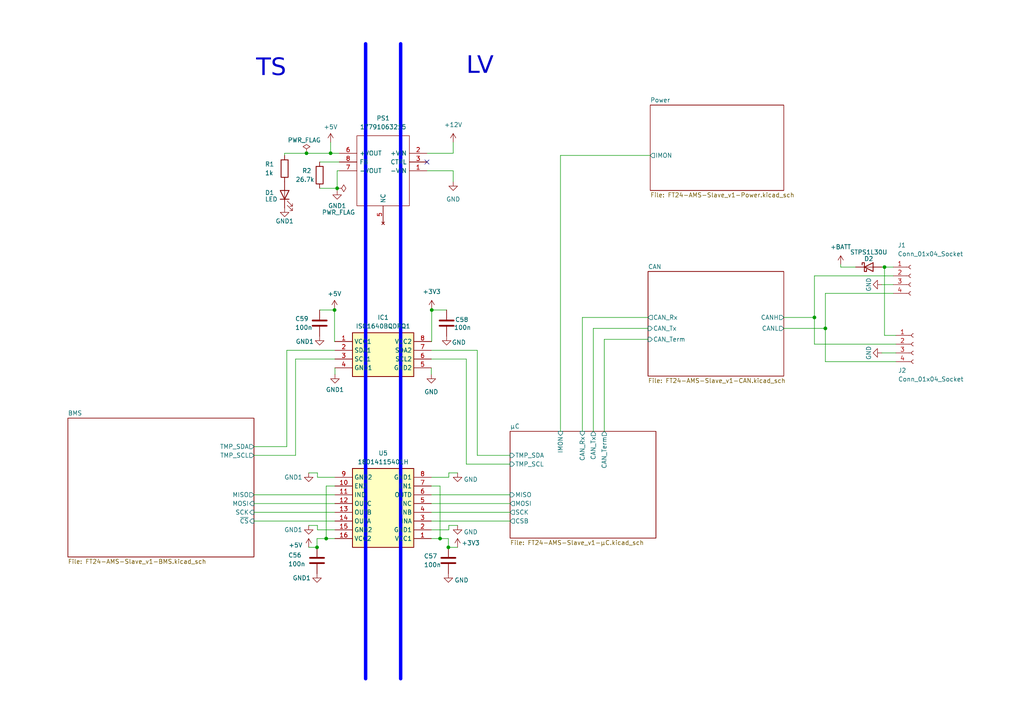
<source format=kicad_sch>
(kicad_sch
	(version 20231120)
	(generator "eeschema")
	(generator_version "8.0")
	(uuid "f1f942ea-b2d2-457f-a907-d9ac22420c38")
	(paper "A4")
	(lib_symbols
		(symbol "18014115401H:18014115401H"
			(exclude_from_sim no)
			(in_bom yes)
			(on_board yes)
			(property "Reference" "U"
				(at 0 17.78 0)
				(effects
					(font
						(size 1.27 1.27)
					)
				)
			)
			(property "Value" "18014115401H"
				(at 0 15.24 0)
				(effects
					(font
						(size 1.27 1.27)
					)
				)
			)
			(property "Footprint" ""
				(at 0 15.24 0)
				(effects
					(font
						(size 1.27 1.27)
					)
					(hide yes)
				)
			)
			(property "Datasheet" ""
				(at 0 15.24 0)
				(effects
					(font
						(size 1.27 1.27)
					)
					(hide yes)
				)
			)
			(property "Description" ""
				(at 0 0 0)
				(effects
					(font
						(size 1.27 1.27)
					)
					(hide yes)
				)
			)
			(symbol "18014115401H_1_1"
				(rectangle
					(start -8.89 12.7)
					(end 8.89 -10.16)
					(stroke
						(width 0.254)
						(type default)
					)
					(fill
						(type background)
					)
				)
				(pin passive line
					(at -13.97 10.16 0)
					(length 5.08)
					(name "VCC1"
						(effects
							(font
								(size 1.27 1.27)
							)
						)
					)
					(number "1"
						(effects
							(font
								(size 1.27 1.27)
							)
						)
					)
				)
				(pin passive line
					(at 13.97 -5.08 180)
					(length 5.08)
					(name "EN2"
						(effects
							(font
								(size 1.27 1.27)
							)
						)
					)
					(number "10"
						(effects
							(font
								(size 1.27 1.27)
							)
						)
					)
				)
				(pin passive line
					(at 13.97 -2.54 180)
					(length 5.08)
					(name "IND"
						(effects
							(font
								(size 1.27 1.27)
							)
						)
					)
					(number "11"
						(effects
							(font
								(size 1.27 1.27)
							)
						)
					)
				)
				(pin passive line
					(at 13.97 0 180)
					(length 5.08)
					(name "OUTC"
						(effects
							(font
								(size 1.27 1.27)
							)
						)
					)
					(number "12"
						(effects
							(font
								(size 1.27 1.27)
							)
						)
					)
				)
				(pin passive line
					(at 13.97 2.54 180)
					(length 5.08)
					(name "OUTB"
						(effects
							(font
								(size 1.27 1.27)
							)
						)
					)
					(number "13"
						(effects
							(font
								(size 1.27 1.27)
							)
						)
					)
				)
				(pin passive line
					(at 13.97 5.08 180)
					(length 5.08)
					(name "OUTA"
						(effects
							(font
								(size 1.27 1.27)
							)
						)
					)
					(number "14"
						(effects
							(font
								(size 1.27 1.27)
							)
						)
					)
				)
				(pin passive line
					(at 13.97 7.62 180)
					(length 5.08)
					(name "GND2"
						(effects
							(font
								(size 1.27 1.27)
							)
						)
					)
					(number "15"
						(effects
							(font
								(size 1.27 1.27)
							)
						)
					)
				)
				(pin passive line
					(at 13.97 10.16 180)
					(length 5.08)
					(name "VCC2"
						(effects
							(font
								(size 1.27 1.27)
							)
						)
					)
					(number "16"
						(effects
							(font
								(size 1.27 1.27)
							)
						)
					)
				)
				(pin passive line
					(at -13.97 7.62 0)
					(length 5.08)
					(name "GND1"
						(effects
							(font
								(size 1.27 1.27)
							)
						)
					)
					(number "2"
						(effects
							(font
								(size 1.27 1.27)
							)
						)
					)
				)
				(pin passive line
					(at -13.97 5.08 0)
					(length 5.08)
					(name "INA"
						(effects
							(font
								(size 1.27 1.27)
							)
						)
					)
					(number "3"
						(effects
							(font
								(size 1.27 1.27)
							)
						)
					)
				)
				(pin passive line
					(at -13.97 2.54 0)
					(length 5.08)
					(name "INB"
						(effects
							(font
								(size 1.27 1.27)
							)
						)
					)
					(number "4"
						(effects
							(font
								(size 1.27 1.27)
							)
						)
					)
				)
				(pin passive line
					(at -13.97 0 0)
					(length 5.08)
					(name "INC"
						(effects
							(font
								(size 1.27 1.27)
							)
						)
					)
					(number "5"
						(effects
							(font
								(size 1.27 1.27)
							)
						)
					)
				)
				(pin passive line
					(at -13.97 -2.54 0)
					(length 5.08)
					(name "OUTD"
						(effects
							(font
								(size 1.27 1.27)
							)
						)
					)
					(number "6"
						(effects
							(font
								(size 1.27 1.27)
							)
						)
					)
				)
				(pin passive line
					(at -13.97 -5.08 0)
					(length 5.08)
					(name "EN1"
						(effects
							(font
								(size 1.27 1.27)
							)
						)
					)
					(number "7"
						(effects
							(font
								(size 1.27 1.27)
							)
						)
					)
				)
				(pin passive line
					(at -13.97 -7.62 0)
					(length 5.08)
					(name "GND1"
						(effects
							(font
								(size 1.27 1.27)
							)
						)
					)
					(number "8"
						(effects
							(font
								(size 1.27 1.27)
							)
						)
					)
				)
				(pin passive line
					(at 13.97 -7.62 180)
					(length 5.08)
					(name "GND2"
						(effects
							(font
								(size 1.27 1.27)
							)
						)
					)
					(number "9"
						(effects
							(font
								(size 1.27 1.27)
							)
						)
					)
				)
			)
		)
		(symbol "Connector:Conn_01x04_Socket"
			(pin_names
				(offset 1.016) hide)
			(exclude_from_sim no)
			(in_bom yes)
			(on_board yes)
			(property "Reference" "J"
				(at 0 5.08 0)
				(effects
					(font
						(size 1.27 1.27)
					)
				)
			)
			(property "Value" "Conn_01x04_Socket"
				(at 0 -7.62 0)
				(effects
					(font
						(size 1.27 1.27)
					)
				)
			)
			(property "Footprint" ""
				(at 0 0 0)
				(effects
					(font
						(size 1.27 1.27)
					)
					(hide yes)
				)
			)
			(property "Datasheet" "~"
				(at 0 0 0)
				(effects
					(font
						(size 1.27 1.27)
					)
					(hide yes)
				)
			)
			(property "Description" "Generic connector, single row, 01x04, script generated"
				(at 0 0 0)
				(effects
					(font
						(size 1.27 1.27)
					)
					(hide yes)
				)
			)
			(property "ki_locked" ""
				(at 0 0 0)
				(effects
					(font
						(size 1.27 1.27)
					)
				)
			)
			(property "ki_keywords" "connector"
				(at 0 0 0)
				(effects
					(font
						(size 1.27 1.27)
					)
					(hide yes)
				)
			)
			(property "ki_fp_filters" "Connector*:*_1x??_*"
				(at 0 0 0)
				(effects
					(font
						(size 1.27 1.27)
					)
					(hide yes)
				)
			)
			(symbol "Conn_01x04_Socket_1_1"
				(arc
					(start 0 -4.572)
					(mid -0.5058 -5.08)
					(end 0 -5.588)
					(stroke
						(width 0.1524)
						(type default)
					)
					(fill
						(type none)
					)
				)
				(arc
					(start 0 -2.032)
					(mid -0.5058 -2.54)
					(end 0 -3.048)
					(stroke
						(width 0.1524)
						(type default)
					)
					(fill
						(type none)
					)
				)
				(polyline
					(pts
						(xy -1.27 -5.08) (xy -0.508 -5.08)
					)
					(stroke
						(width 0.1524)
						(type default)
					)
					(fill
						(type none)
					)
				)
				(polyline
					(pts
						(xy -1.27 -2.54) (xy -0.508 -2.54)
					)
					(stroke
						(width 0.1524)
						(type default)
					)
					(fill
						(type none)
					)
				)
				(polyline
					(pts
						(xy -1.27 0) (xy -0.508 0)
					)
					(stroke
						(width 0.1524)
						(type default)
					)
					(fill
						(type none)
					)
				)
				(polyline
					(pts
						(xy -1.27 2.54) (xy -0.508 2.54)
					)
					(stroke
						(width 0.1524)
						(type default)
					)
					(fill
						(type none)
					)
				)
				(arc
					(start 0 0.508)
					(mid -0.5058 0)
					(end 0 -0.508)
					(stroke
						(width 0.1524)
						(type default)
					)
					(fill
						(type none)
					)
				)
				(arc
					(start 0 3.048)
					(mid -0.5058 2.54)
					(end 0 2.032)
					(stroke
						(width 0.1524)
						(type default)
					)
					(fill
						(type none)
					)
				)
				(pin passive line
					(at -5.08 2.54 0)
					(length 3.81)
					(name "Pin_1"
						(effects
							(font
								(size 1.27 1.27)
							)
						)
					)
					(number "1"
						(effects
							(font
								(size 1.27 1.27)
							)
						)
					)
				)
				(pin passive line
					(at -5.08 0 0)
					(length 3.81)
					(name "Pin_2"
						(effects
							(font
								(size 1.27 1.27)
							)
						)
					)
					(number "2"
						(effects
							(font
								(size 1.27 1.27)
							)
						)
					)
				)
				(pin passive line
					(at -5.08 -2.54 0)
					(length 3.81)
					(name "Pin_3"
						(effects
							(font
								(size 1.27 1.27)
							)
						)
					)
					(number "3"
						(effects
							(font
								(size 1.27 1.27)
							)
						)
					)
				)
				(pin passive line
					(at -5.08 -5.08 0)
					(length 3.81)
					(name "Pin_4"
						(effects
							(font
								(size 1.27 1.27)
							)
						)
					)
					(number "4"
						(effects
							(font
								(size 1.27 1.27)
							)
						)
					)
				)
			)
		)
		(symbol "Device:C"
			(pin_numbers hide)
			(pin_names
				(offset 0.254)
			)
			(exclude_from_sim no)
			(in_bom yes)
			(on_board yes)
			(property "Reference" "C"
				(at 0.635 2.54 0)
				(effects
					(font
						(size 1.27 1.27)
					)
					(justify left)
				)
			)
			(property "Value" "C"
				(at 0.635 -2.54 0)
				(effects
					(font
						(size 1.27 1.27)
					)
					(justify left)
				)
			)
			(property "Footprint" ""
				(at 0.9652 -3.81 0)
				(effects
					(font
						(size 1.27 1.27)
					)
					(hide yes)
				)
			)
			(property "Datasheet" "~"
				(at 0 0 0)
				(effects
					(font
						(size 1.27 1.27)
					)
					(hide yes)
				)
			)
			(property "Description" "Unpolarized capacitor"
				(at 0 0 0)
				(effects
					(font
						(size 1.27 1.27)
					)
					(hide yes)
				)
			)
			(property "ki_keywords" "cap capacitor"
				(at 0 0 0)
				(effects
					(font
						(size 1.27 1.27)
					)
					(hide yes)
				)
			)
			(property "ki_fp_filters" "C_*"
				(at 0 0 0)
				(effects
					(font
						(size 1.27 1.27)
					)
					(hide yes)
				)
			)
			(symbol "C_0_1"
				(polyline
					(pts
						(xy -2.032 -0.762) (xy 2.032 -0.762)
					)
					(stroke
						(width 0.508)
						(type default)
					)
					(fill
						(type none)
					)
				)
				(polyline
					(pts
						(xy -2.032 0.762) (xy 2.032 0.762)
					)
					(stroke
						(width 0.508)
						(type default)
					)
					(fill
						(type none)
					)
				)
			)
			(symbol "C_1_1"
				(pin passive line
					(at 0 3.81 270)
					(length 2.794)
					(name "~"
						(effects
							(font
								(size 1.27 1.27)
							)
						)
					)
					(number "1"
						(effects
							(font
								(size 1.27 1.27)
							)
						)
					)
				)
				(pin passive line
					(at 0 -3.81 90)
					(length 2.794)
					(name "~"
						(effects
							(font
								(size 1.27 1.27)
							)
						)
					)
					(number "2"
						(effects
							(font
								(size 1.27 1.27)
							)
						)
					)
				)
			)
		)
		(symbol "Device:D_Schottky"
			(pin_numbers hide)
			(pin_names
				(offset 1.016) hide)
			(exclude_from_sim no)
			(in_bom yes)
			(on_board yes)
			(property "Reference" "D"
				(at 0 2.54 0)
				(effects
					(font
						(size 1.27 1.27)
					)
				)
			)
			(property "Value" "D_Schottky"
				(at 0 -2.54 0)
				(effects
					(font
						(size 1.27 1.27)
					)
				)
			)
			(property "Footprint" ""
				(at 0 0 0)
				(effects
					(font
						(size 1.27 1.27)
					)
					(hide yes)
				)
			)
			(property "Datasheet" "~"
				(at 0 0 0)
				(effects
					(font
						(size 1.27 1.27)
					)
					(hide yes)
				)
			)
			(property "Description" "Schottky diode"
				(at 0 0 0)
				(effects
					(font
						(size 1.27 1.27)
					)
					(hide yes)
				)
			)
			(property "ki_keywords" "diode Schottky"
				(at 0 0 0)
				(effects
					(font
						(size 1.27 1.27)
					)
					(hide yes)
				)
			)
			(property "ki_fp_filters" "TO-???* *_Diode_* *SingleDiode* D_*"
				(at 0 0 0)
				(effects
					(font
						(size 1.27 1.27)
					)
					(hide yes)
				)
			)
			(symbol "D_Schottky_0_1"
				(polyline
					(pts
						(xy 1.27 0) (xy -1.27 0)
					)
					(stroke
						(width 0)
						(type default)
					)
					(fill
						(type none)
					)
				)
				(polyline
					(pts
						(xy 1.27 1.27) (xy 1.27 -1.27) (xy -1.27 0) (xy 1.27 1.27)
					)
					(stroke
						(width 0.254)
						(type default)
					)
					(fill
						(type none)
					)
				)
				(polyline
					(pts
						(xy -1.905 0.635) (xy -1.905 1.27) (xy -1.27 1.27) (xy -1.27 -1.27) (xy -0.635 -1.27) (xy -0.635 -0.635)
					)
					(stroke
						(width 0.254)
						(type default)
					)
					(fill
						(type none)
					)
				)
			)
			(symbol "D_Schottky_1_1"
				(pin passive line
					(at -3.81 0 0)
					(length 2.54)
					(name "K"
						(effects
							(font
								(size 1.27 1.27)
							)
						)
					)
					(number "1"
						(effects
							(font
								(size 1.27 1.27)
							)
						)
					)
				)
				(pin passive line
					(at 3.81 0 180)
					(length 2.54)
					(name "A"
						(effects
							(font
								(size 1.27 1.27)
							)
						)
					)
					(number "2"
						(effects
							(font
								(size 1.27 1.27)
							)
						)
					)
				)
			)
		)
		(symbol "Device:R"
			(pin_numbers hide)
			(pin_names
				(offset 0)
			)
			(exclude_from_sim no)
			(in_bom yes)
			(on_board yes)
			(property "Reference" "R"
				(at 2.032 0 90)
				(effects
					(font
						(size 1.27 1.27)
					)
				)
			)
			(property "Value" "R"
				(at 0 0 90)
				(effects
					(font
						(size 1.27 1.27)
					)
				)
			)
			(property "Footprint" ""
				(at -1.778 0 90)
				(effects
					(font
						(size 1.27 1.27)
					)
					(hide yes)
				)
			)
			(property "Datasheet" "~"
				(at 0 0 0)
				(effects
					(font
						(size 1.27 1.27)
					)
					(hide yes)
				)
			)
			(property "Description" "Resistor"
				(at 0 0 0)
				(effects
					(font
						(size 1.27 1.27)
					)
					(hide yes)
				)
			)
			(property "ki_keywords" "R res resistor"
				(at 0 0 0)
				(effects
					(font
						(size 1.27 1.27)
					)
					(hide yes)
				)
			)
			(property "ki_fp_filters" "R_*"
				(at 0 0 0)
				(effects
					(font
						(size 1.27 1.27)
					)
					(hide yes)
				)
			)
			(symbol "R_0_1"
				(rectangle
					(start -1.016 -2.54)
					(end 1.016 2.54)
					(stroke
						(width 0.254)
						(type default)
					)
					(fill
						(type none)
					)
				)
			)
			(symbol "R_1_1"
				(pin passive line
					(at 0 3.81 270)
					(length 1.27)
					(name "~"
						(effects
							(font
								(size 1.27 1.27)
							)
						)
					)
					(number "1"
						(effects
							(font
								(size 1.27 1.27)
							)
						)
					)
				)
				(pin passive line
					(at 0 -3.81 90)
					(length 1.27)
					(name "~"
						(effects
							(font
								(size 1.27 1.27)
							)
						)
					)
					(number "2"
						(effects
							(font
								(size 1.27 1.27)
							)
						)
					)
				)
			)
		)
		(symbol "FaSTTUBe_LEDs:0603_red"
			(pin_numbers hide)
			(pin_names
				(offset 1.016) hide)
			(exclude_from_sim no)
			(in_bom yes)
			(on_board yes)
			(property "Reference" "D"
				(at 0 2.54 0)
				(effects
					(font
						(size 1.27 1.27)
					)
				)
			)
			(property "Value" "0603_red"
				(at 0 -3.81 0)
				(effects
					(font
						(size 1.27 1.27)
					)
				)
			)
			(property "Footprint" "LED_SMD:LED_0603_1608Metric"
				(at 0 5.08 0)
				(effects
					(font
						(size 1.27 1.27)
					)
					(hide yes)
				)
			)
			(property "Datasheet" "~"
				(at 0 0 0)
				(effects
					(font
						(size 1.27 1.27)
					)
					(hide yes)
				)
			)
			(property "Description" "LED red 150060RS75000"
				(at 0 0 0)
				(effects
					(font
						(size 1.27 1.27)
					)
					(hide yes)
				)
			)
			(property "ki_keywords" "LED diode red"
				(at 0 0 0)
				(effects
					(font
						(size 1.27 1.27)
					)
					(hide yes)
				)
			)
			(property "ki_fp_filters" "LED* LED_SMD:* LED_THT:*"
				(at 0 0 0)
				(effects
					(font
						(size 1.27 1.27)
					)
					(hide yes)
				)
			)
			(symbol "0603_red_0_1"
				(polyline
					(pts
						(xy -1.27 -1.27) (xy -1.27 1.27)
					)
					(stroke
						(width 0.254)
						(type default)
					)
					(fill
						(type none)
					)
				)
				(polyline
					(pts
						(xy -1.27 0) (xy 1.27 0)
					)
					(stroke
						(width 0)
						(type default)
					)
					(fill
						(type none)
					)
				)
				(polyline
					(pts
						(xy 1.27 -1.27) (xy 1.27 1.27) (xy -1.27 0) (xy 1.27 -1.27)
					)
					(stroke
						(width 0.254)
						(type default)
					)
					(fill
						(type none)
					)
				)
				(polyline
					(pts
						(xy -3.048 -0.762) (xy -4.572 -2.286) (xy -3.81 -2.286) (xy -4.572 -2.286) (xy -4.572 -1.524)
					)
					(stroke
						(width 0)
						(type default)
					)
					(fill
						(type none)
					)
				)
				(polyline
					(pts
						(xy -1.778 -0.762) (xy -3.302 -2.286) (xy -2.54 -2.286) (xy -3.302 -2.286) (xy -3.302 -1.524)
					)
					(stroke
						(width 0)
						(type default)
					)
					(fill
						(type none)
					)
				)
			)
			(symbol "0603_red_1_1"
				(pin passive line
					(at -3.81 0 0)
					(length 2.54)
					(name "K"
						(effects
							(font
								(size 1.27 1.27)
							)
						)
					)
					(number "1"
						(effects
							(font
								(size 1.27 1.27)
							)
						)
					)
				)
				(pin passive line
					(at 3.81 0 180)
					(length 2.54)
					(name "A"
						(effects
							(font
								(size 1.27 1.27)
							)
						)
					)
					(number "2"
						(effects
							(font
								(size 1.27 1.27)
							)
						)
					)
				)
			)
		)
		(symbol "ISO1640BQDRQ1:ISO1640BQDRQ1"
			(exclude_from_sim no)
			(in_bom yes)
			(on_board yes)
			(property "Reference" "IC"
				(at 24.13 7.62 0)
				(effects
					(font
						(size 1.27 1.27)
					)
					(justify left top)
				)
			)
			(property "Value" "ISO1640BQDRQ1"
				(at 24.13 5.08 0)
				(effects
					(font
						(size 1.27 1.27)
					)
					(justify left top)
				)
			)
			(property "Footprint" "SOIC127P600X175-8N"
				(at 24.13 -94.92 0)
				(effects
					(font
						(size 1.27 1.27)
					)
					(justify left top)
					(hide yes)
				)
			)
			(property "Datasheet" "https://www.ti.com/lit/ds/symlink/iso1640.pdf"
				(at 24.13 -194.92 0)
				(effects
					(font
						(size 1.27 1.27)
					)
					(justify left top)
					(hide yes)
				)
			)
			(property "Description" "Digital Isolators Automotive, hot-swappable, robust-EMC bidirectional I2C isolator with bidirectional clock"
				(at 0 0 0)
				(effects
					(font
						(size 1.27 1.27)
					)
					(hide yes)
				)
			)
			(property "Height" "1.75"
				(at 24.13 -394.92 0)
				(effects
					(font
						(size 1.27 1.27)
					)
					(justify left top)
					(hide yes)
				)
			)
			(property "Mouser Part Number" "595-ISO1640BQDRQ1"
				(at 24.13 -494.92 0)
				(effects
					(font
						(size 1.27 1.27)
					)
					(justify left top)
					(hide yes)
				)
			)
			(property "Mouser Price/Stock" "https://www.mouser.co.uk/ProductDetail/Texas-Instruments/ISO1640BQDRQ1?qs=QNEnbhJQKvat3Z1mRPODGw%3D%3D"
				(at 24.13 -594.92 0)
				(effects
					(font
						(size 1.27 1.27)
					)
					(justify left top)
					(hide yes)
				)
			)
			(property "Manufacturer_Name" "Texas Instruments"
				(at 24.13 -694.92 0)
				(effects
					(font
						(size 1.27 1.27)
					)
					(justify left top)
					(hide yes)
				)
			)
			(property "Manufacturer_Part_Number" "ISO1640BQDRQ1"
				(at 24.13 -794.92 0)
				(effects
					(font
						(size 1.27 1.27)
					)
					(justify left top)
					(hide yes)
				)
			)
			(symbol "ISO1640BQDRQ1_1_1"
				(rectangle
					(start 5.08 2.54)
					(end 22.86 -10.16)
					(stroke
						(width 0.254)
						(type default)
					)
					(fill
						(type background)
					)
				)
				(pin passive line
					(at 0 0 0)
					(length 5.08)
					(name "VCC1"
						(effects
							(font
								(size 1.27 1.27)
							)
						)
					)
					(number "1"
						(effects
							(font
								(size 1.27 1.27)
							)
						)
					)
				)
				(pin passive line
					(at 0 -2.54 0)
					(length 5.08)
					(name "SDA1"
						(effects
							(font
								(size 1.27 1.27)
							)
						)
					)
					(number "2"
						(effects
							(font
								(size 1.27 1.27)
							)
						)
					)
				)
				(pin passive line
					(at 0 -5.08 0)
					(length 5.08)
					(name "SCL1"
						(effects
							(font
								(size 1.27 1.27)
							)
						)
					)
					(number "3"
						(effects
							(font
								(size 1.27 1.27)
							)
						)
					)
				)
				(pin passive line
					(at 0 -7.62 0)
					(length 5.08)
					(name "GND1"
						(effects
							(font
								(size 1.27 1.27)
							)
						)
					)
					(number "4"
						(effects
							(font
								(size 1.27 1.27)
							)
						)
					)
				)
				(pin passive line
					(at 27.94 -7.62 180)
					(length 5.08)
					(name "GND2"
						(effects
							(font
								(size 1.27 1.27)
							)
						)
					)
					(number "5"
						(effects
							(font
								(size 1.27 1.27)
							)
						)
					)
				)
				(pin passive line
					(at 27.94 -5.08 180)
					(length 5.08)
					(name "SCL2"
						(effects
							(font
								(size 1.27 1.27)
							)
						)
					)
					(number "6"
						(effects
							(font
								(size 1.27 1.27)
							)
						)
					)
				)
				(pin passive line
					(at 27.94 -2.54 180)
					(length 5.08)
					(name "SDA2"
						(effects
							(font
								(size 1.27 1.27)
							)
						)
					)
					(number "7"
						(effects
							(font
								(size 1.27 1.27)
							)
						)
					)
				)
				(pin passive line
					(at 27.94 0 180)
					(length 5.08)
					(name "VCC2"
						(effects
							(font
								(size 1.27 1.27)
							)
						)
					)
					(number "8"
						(effects
							(font
								(size 1.27 1.27)
							)
						)
					)
				)
			)
		)
		(symbol "SamacSys_Parts:17791063215"
			(pin_names
				(offset 0.762)
			)
			(exclude_from_sim no)
			(in_bom yes)
			(on_board yes)
			(property "Reference" "PS1"
				(at 12.7 7.62 0)
				(effects
					(font
						(size 1.27 1.27)
					)
				)
			)
			(property "Value" "17791063215"
				(at 12.7 5.08 0)
				(effects
					(font
						(size 1.27 1.27)
					)
				)
			)
			(property "Footprint" "Slave:17791063215"
				(at 21.59 2.54 0)
				(effects
					(font
						(size 1.27 1.27)
					)
					(justify left)
					(hide yes)
				)
			)
			(property "Datasheet" "https://www.mouser.de/datasheet/2/445/17791063215-1715724.pdf"
				(at 21.59 0 0)
				(effects
					(font
						(size 1.27 1.27)
					)
					(justify left)
					(hide yes)
				)
			)
			(property "Description" "Switching Voltage Regulators VISM 2kVReg 8-42VInp 1W SIP-8 3.3-6V Outp"
				(at 21.59 -2.54 0)
				(effects
					(font
						(size 1.27 1.27)
					)
					(justify left)
					(hide yes)
				)
			)
			(property "Height" "11.6"
				(at 21.59 -5.08 0)
				(effects
					(font
						(size 1.27 1.27)
					)
					(justify left)
					(hide yes)
				)
			)
			(property "Mouser Part Number" "710-17791063215"
				(at 21.59 -7.62 0)
				(effects
					(font
						(size 1.27 1.27)
					)
					(justify left)
					(hide yes)
				)
			)
			(property "Mouser Price/Stock" "https://www.mouser.co.uk/ProductDetail/Wurth-Elektronik/17791063215?qs=vLWxofP3U2xkPONd0ILDhA%3D%3D"
				(at 21.59 -10.16 0)
				(effects
					(font
						(size 1.27 1.27)
					)
					(justify left)
					(hide yes)
				)
			)
			(property "Manufacturer_Name" "Wurth Elektronik"
				(at 21.59 -12.7 0)
				(effects
					(font
						(size 1.27 1.27)
					)
					(justify left)
					(hide yes)
				)
			)
			(property "Manufacturer_Part_Number" "17791063215"
				(at 21.59 -15.24 0)
				(effects
					(font
						(size 1.27 1.27)
					)
					(justify left)
					(hide yes)
				)
			)
			(symbol "17791063215_0_0"
				(pin passive line
					(at 0 -7.62 0)
					(length 5.08)
					(name "-VIN"
						(effects
							(font
								(size 1.27 1.27)
							)
						)
					)
					(number "1"
						(effects
							(font
								(size 1.27 1.27)
							)
						)
					)
				)
				(pin passive line
					(at 0 -2.54 0)
					(length 5.08)
					(name "+VIN"
						(effects
							(font
								(size 1.27 1.27)
							)
						)
					)
					(number "2"
						(effects
							(font
								(size 1.27 1.27)
							)
						)
					)
				)
				(pin passive line
					(at 0 -5.08 0)
					(length 5.08)
					(name "CTRL"
						(effects
							(font
								(size 1.27 1.27)
							)
						)
					)
					(number "3"
						(effects
							(font
								(size 1.27 1.27)
							)
						)
					)
				)
				(pin no_connect line
					(at 12.7 -22.86 90)
					(length 5.08)
					(name "NC"
						(effects
							(font
								(size 1.27 1.27)
							)
						)
					)
					(number "5"
						(effects
							(font
								(size 1.27 1.27)
							)
						)
					)
				)
				(pin passive line
					(at 25.4 -2.54 180)
					(length 5.08)
					(name "+VOUT"
						(effects
							(font
								(size 1.27 1.27)
							)
						)
					)
					(number "6"
						(effects
							(font
								(size 1.27 1.27)
							)
						)
					)
				)
				(pin passive line
					(at 25.4 -7.62 180)
					(length 5.08)
					(name "-VOUT"
						(effects
							(font
								(size 1.27 1.27)
							)
						)
					)
					(number "7"
						(effects
							(font
								(size 1.27 1.27)
							)
						)
					)
				)
				(pin passive line
					(at 25.4 -5.08 180)
					(length 5.08)
					(name "FB"
						(effects
							(font
								(size 1.27 1.27)
							)
						)
					)
					(number "8"
						(effects
							(font
								(size 1.27 1.27)
							)
						)
					)
				)
			)
			(symbol "17791063215_0_1"
				(polyline
					(pts
						(xy 5.08 2.54) (xy 20.32 2.54) (xy 20.32 -17.78) (xy 5.08 -17.78) (xy 5.08 2.54)
					)
					(stroke
						(width 0.1524)
						(type default)
					)
					(fill
						(type none)
					)
				)
			)
		)
		(symbol "power:+12V"
			(power)
			(pin_names
				(offset 0)
			)
			(exclude_from_sim no)
			(in_bom yes)
			(on_board yes)
			(property "Reference" "#PWR"
				(at 0 -3.81 0)
				(effects
					(font
						(size 1.27 1.27)
					)
					(hide yes)
				)
			)
			(property "Value" "+12V"
				(at 0 3.556 0)
				(effects
					(font
						(size 1.27 1.27)
					)
				)
			)
			(property "Footprint" ""
				(at 0 0 0)
				(effects
					(font
						(size 1.27 1.27)
					)
					(hide yes)
				)
			)
			(property "Datasheet" ""
				(at 0 0 0)
				(effects
					(font
						(size 1.27 1.27)
					)
					(hide yes)
				)
			)
			(property "Description" "Power symbol creates a global label with name \"+12V\""
				(at 0 0 0)
				(effects
					(font
						(size 1.27 1.27)
					)
					(hide yes)
				)
			)
			(property "ki_keywords" "global power"
				(at 0 0 0)
				(effects
					(font
						(size 1.27 1.27)
					)
					(hide yes)
				)
			)
			(symbol "+12V_0_1"
				(polyline
					(pts
						(xy -0.762 1.27) (xy 0 2.54)
					)
					(stroke
						(width 0)
						(type default)
					)
					(fill
						(type none)
					)
				)
				(polyline
					(pts
						(xy 0 0) (xy 0 2.54)
					)
					(stroke
						(width 0)
						(type default)
					)
					(fill
						(type none)
					)
				)
				(polyline
					(pts
						(xy 0 2.54) (xy 0.762 1.27)
					)
					(stroke
						(width 0)
						(type default)
					)
					(fill
						(type none)
					)
				)
			)
			(symbol "+12V_1_1"
				(pin power_in line
					(at 0 0 90)
					(length 0) hide
					(name "+12V"
						(effects
							(font
								(size 1.27 1.27)
							)
						)
					)
					(number "1"
						(effects
							(font
								(size 1.27 1.27)
							)
						)
					)
				)
			)
		)
		(symbol "power:+3V3"
			(power)
			(pin_names
				(offset 0)
			)
			(exclude_from_sim no)
			(in_bom yes)
			(on_board yes)
			(property "Reference" "#PWR"
				(at 0 -3.81 0)
				(effects
					(font
						(size 1.27 1.27)
					)
					(hide yes)
				)
			)
			(property "Value" "+3V3"
				(at 0 3.556 0)
				(effects
					(font
						(size 1.27 1.27)
					)
				)
			)
			(property "Footprint" ""
				(at 0 0 0)
				(effects
					(font
						(size 1.27 1.27)
					)
					(hide yes)
				)
			)
			(property "Datasheet" ""
				(at 0 0 0)
				(effects
					(font
						(size 1.27 1.27)
					)
					(hide yes)
				)
			)
			(property "Description" "Power symbol creates a global label with name \"+3V3\""
				(at 0 0 0)
				(effects
					(font
						(size 1.27 1.27)
					)
					(hide yes)
				)
			)
			(property "ki_keywords" "global power"
				(at 0 0 0)
				(effects
					(font
						(size 1.27 1.27)
					)
					(hide yes)
				)
			)
			(symbol "+3V3_0_1"
				(polyline
					(pts
						(xy -0.762 1.27) (xy 0 2.54)
					)
					(stroke
						(width 0)
						(type default)
					)
					(fill
						(type none)
					)
				)
				(polyline
					(pts
						(xy 0 0) (xy 0 2.54)
					)
					(stroke
						(width 0)
						(type default)
					)
					(fill
						(type none)
					)
				)
				(polyline
					(pts
						(xy 0 2.54) (xy 0.762 1.27)
					)
					(stroke
						(width 0)
						(type default)
					)
					(fill
						(type none)
					)
				)
			)
			(symbol "+3V3_1_1"
				(pin power_in line
					(at 0 0 90)
					(length 0) hide
					(name "+3V3"
						(effects
							(font
								(size 1.27 1.27)
							)
						)
					)
					(number "1"
						(effects
							(font
								(size 1.27 1.27)
							)
						)
					)
				)
			)
		)
		(symbol "power:+5V"
			(power)
			(pin_names
				(offset 0)
			)
			(exclude_from_sim no)
			(in_bom yes)
			(on_board yes)
			(property "Reference" "#PWR"
				(at 0 -3.81 0)
				(effects
					(font
						(size 1.27 1.27)
					)
					(hide yes)
				)
			)
			(property "Value" "+5V"
				(at 0 3.556 0)
				(effects
					(font
						(size 1.27 1.27)
					)
				)
			)
			(property "Footprint" ""
				(at 0 0 0)
				(effects
					(font
						(size 1.27 1.27)
					)
					(hide yes)
				)
			)
			(property "Datasheet" ""
				(at 0 0 0)
				(effects
					(font
						(size 1.27 1.27)
					)
					(hide yes)
				)
			)
			(property "Description" "Power symbol creates a global label with name \"+5V\""
				(at 0 0 0)
				(effects
					(font
						(size 1.27 1.27)
					)
					(hide yes)
				)
			)
			(property "ki_keywords" "global power"
				(at 0 0 0)
				(effects
					(font
						(size 1.27 1.27)
					)
					(hide yes)
				)
			)
			(symbol "+5V_0_1"
				(polyline
					(pts
						(xy -0.762 1.27) (xy 0 2.54)
					)
					(stroke
						(width 0)
						(type default)
					)
					(fill
						(type none)
					)
				)
				(polyline
					(pts
						(xy 0 0) (xy 0 2.54)
					)
					(stroke
						(width 0)
						(type default)
					)
					(fill
						(type none)
					)
				)
				(polyline
					(pts
						(xy 0 2.54) (xy 0.762 1.27)
					)
					(stroke
						(width 0)
						(type default)
					)
					(fill
						(type none)
					)
				)
			)
			(symbol "+5V_1_1"
				(pin power_in line
					(at 0 0 90)
					(length 0) hide
					(name "+5V"
						(effects
							(font
								(size 1.27 1.27)
							)
						)
					)
					(number "1"
						(effects
							(font
								(size 1.27 1.27)
							)
						)
					)
				)
			)
		)
		(symbol "power:+BATT"
			(power)
			(pin_names
				(offset 0)
			)
			(exclude_from_sim no)
			(in_bom yes)
			(on_board yes)
			(property "Reference" "#PWR"
				(at 0 -3.81 0)
				(effects
					(font
						(size 1.27 1.27)
					)
					(hide yes)
				)
			)
			(property "Value" "+BATT"
				(at 0 3.556 0)
				(effects
					(font
						(size 1.27 1.27)
					)
				)
			)
			(property "Footprint" ""
				(at 0 0 0)
				(effects
					(font
						(size 1.27 1.27)
					)
					(hide yes)
				)
			)
			(property "Datasheet" ""
				(at 0 0 0)
				(effects
					(font
						(size 1.27 1.27)
					)
					(hide yes)
				)
			)
			(property "Description" "Power symbol creates a global label with name \"+BATT\""
				(at 0 0 0)
				(effects
					(font
						(size 1.27 1.27)
					)
					(hide yes)
				)
			)
			(property "ki_keywords" "global power battery"
				(at 0 0 0)
				(effects
					(font
						(size 1.27 1.27)
					)
					(hide yes)
				)
			)
			(symbol "+BATT_0_1"
				(polyline
					(pts
						(xy -0.762 1.27) (xy 0 2.54)
					)
					(stroke
						(width 0)
						(type default)
					)
					(fill
						(type none)
					)
				)
				(polyline
					(pts
						(xy 0 0) (xy 0 2.54)
					)
					(stroke
						(width 0)
						(type default)
					)
					(fill
						(type none)
					)
				)
				(polyline
					(pts
						(xy 0 2.54) (xy 0.762 1.27)
					)
					(stroke
						(width 0)
						(type default)
					)
					(fill
						(type none)
					)
				)
			)
			(symbol "+BATT_1_1"
				(pin power_in line
					(at 0 0 90)
					(length 0) hide
					(name "+BATT"
						(effects
							(font
								(size 1.27 1.27)
							)
						)
					)
					(number "1"
						(effects
							(font
								(size 1.27 1.27)
							)
						)
					)
				)
			)
		)
		(symbol "power:GND"
			(power)
			(pin_names
				(offset 0)
			)
			(exclude_from_sim no)
			(in_bom yes)
			(on_board yes)
			(property "Reference" "#PWR"
				(at 0 -6.35 0)
				(effects
					(font
						(size 1.27 1.27)
					)
					(hide yes)
				)
			)
			(property "Value" "GND"
				(at 0 -3.81 0)
				(effects
					(font
						(size 1.27 1.27)
					)
				)
			)
			(property "Footprint" ""
				(at 0 0 0)
				(effects
					(font
						(size 1.27 1.27)
					)
					(hide yes)
				)
			)
			(property "Datasheet" ""
				(at 0 0 0)
				(effects
					(font
						(size 1.27 1.27)
					)
					(hide yes)
				)
			)
			(property "Description" "Power symbol creates a global label with name \"GND\" , ground"
				(at 0 0 0)
				(effects
					(font
						(size 1.27 1.27)
					)
					(hide yes)
				)
			)
			(property "ki_keywords" "global power"
				(at 0 0 0)
				(effects
					(font
						(size 1.27 1.27)
					)
					(hide yes)
				)
			)
			(symbol "GND_0_1"
				(polyline
					(pts
						(xy 0 0) (xy 0 -1.27) (xy 1.27 -1.27) (xy 0 -2.54) (xy -1.27 -1.27) (xy 0 -1.27)
					)
					(stroke
						(width 0)
						(type default)
					)
					(fill
						(type none)
					)
				)
			)
			(symbol "GND_1_1"
				(pin power_in line
					(at 0 0 270)
					(length 0) hide
					(name "GND"
						(effects
							(font
								(size 1.27 1.27)
							)
						)
					)
					(number "1"
						(effects
							(font
								(size 1.27 1.27)
							)
						)
					)
				)
			)
		)
		(symbol "power:GND1"
			(power)
			(pin_names
				(offset 0)
			)
			(exclude_from_sim no)
			(in_bom yes)
			(on_board yes)
			(property "Reference" "#PWR"
				(at 0 -6.35 0)
				(effects
					(font
						(size 1.27 1.27)
					)
					(hide yes)
				)
			)
			(property "Value" "GND1"
				(at 0 -3.81 0)
				(effects
					(font
						(size 1.27 1.27)
					)
				)
			)
			(property "Footprint" ""
				(at 0 0 0)
				(effects
					(font
						(size 1.27 1.27)
					)
					(hide yes)
				)
			)
			(property "Datasheet" ""
				(at 0 0 0)
				(effects
					(font
						(size 1.27 1.27)
					)
					(hide yes)
				)
			)
			(property "Description" "Power symbol creates a global label with name \"GND1\" , ground"
				(at 0 0 0)
				(effects
					(font
						(size 1.27 1.27)
					)
					(hide yes)
				)
			)
			(property "ki_keywords" "global power"
				(at 0 0 0)
				(effects
					(font
						(size 1.27 1.27)
					)
					(hide yes)
				)
			)
			(symbol "GND1_0_1"
				(polyline
					(pts
						(xy 0 0) (xy 0 -1.27) (xy 1.27 -1.27) (xy 0 -2.54) (xy -1.27 -1.27) (xy 0 -1.27)
					)
					(stroke
						(width 0)
						(type default)
					)
					(fill
						(type none)
					)
				)
			)
			(symbol "GND1_1_1"
				(pin power_in line
					(at 0 0 270)
					(length 0) hide
					(name "GND1"
						(effects
							(font
								(size 1.27 1.27)
							)
						)
					)
					(number "1"
						(effects
							(font
								(size 1.27 1.27)
							)
						)
					)
				)
			)
		)
		(symbol "power:PWR_FLAG"
			(power)
			(pin_numbers hide)
			(pin_names
				(offset 0) hide)
			(exclude_from_sim no)
			(in_bom yes)
			(on_board yes)
			(property "Reference" "#FLG"
				(at 0 1.905 0)
				(effects
					(font
						(size 1.27 1.27)
					)
					(hide yes)
				)
			)
			(property "Value" "PWR_FLAG"
				(at 0 3.81 0)
				(effects
					(font
						(size 1.27 1.27)
					)
				)
			)
			(property "Footprint" ""
				(at 0 0 0)
				(effects
					(font
						(size 1.27 1.27)
					)
					(hide yes)
				)
			)
			(property "Datasheet" "~"
				(at 0 0 0)
				(effects
					(font
						(size 1.27 1.27)
					)
					(hide yes)
				)
			)
			(property "Description" "Special symbol for telling ERC where power comes from"
				(at 0 0 0)
				(effects
					(font
						(size 1.27 1.27)
					)
					(hide yes)
				)
			)
			(property "ki_keywords" "flag power"
				(at 0 0 0)
				(effects
					(font
						(size 1.27 1.27)
					)
					(hide yes)
				)
			)
			(symbol "PWR_FLAG_0_0"
				(pin power_out line
					(at 0 0 90)
					(length 0)
					(name "pwr"
						(effects
							(font
								(size 1.27 1.27)
							)
						)
					)
					(number "1"
						(effects
							(font
								(size 1.27 1.27)
							)
						)
					)
				)
			)
			(symbol "PWR_FLAG_0_1"
				(polyline
					(pts
						(xy 0 0) (xy 0 1.27) (xy -1.016 1.905) (xy 0 2.54) (xy 1.016 1.905) (xy 0 1.27)
					)
					(stroke
						(width 0)
						(type default)
					)
					(fill
						(type none)
					)
				)
			)
		)
	)
	(junction
		(at 236.22 92.075)
		(diameter 0)
		(color 0 0 0 0)
		(uuid "081892b4-2065-4a4a-8b63-aeb4d8105138")
	)
	(junction
		(at 127.635 156.21)
		(diameter 0)
		(color 0 0 0 0)
		(uuid "114263a3-72f0-4765-b8f3-88116273a156")
	)
	(junction
		(at 97.028 89.916)
		(diameter 0)
		(color 0 0 0 0)
		(uuid "24fdfbe4-10dc-46de-a85c-f91a1da62f1b")
	)
	(junction
		(at 130.048 158.75)
		(diameter 0)
		(color 0 0 0 0)
		(uuid "25bb2186-1072-49e1-ba62-14b130bc3bb9")
	)
	(junction
		(at 256.54 77.47)
		(diameter 0)
		(color 0 0 0 0)
		(uuid "279e6187-8132-4467-bf0a-66b3719f0207")
	)
	(junction
		(at 97.79 54.61)
		(diameter 0)
		(color 0 0 0 0)
		(uuid "3cf8a4de-91d0-43c3-a339-168a8ef8516c")
	)
	(junction
		(at 91.948 158.75)
		(diameter 0)
		(color 0 0 0 0)
		(uuid "40b94e9a-a237-407a-aeb9-a1b7ee1f1708")
	)
	(junction
		(at 125.222 89.916)
		(diameter 0)
		(color 0 0 0 0)
		(uuid "5926328b-a5a8-4dc8-aee1-64e5c821c49d")
	)
	(junction
		(at 239.395 95.25)
		(diameter 0)
		(color 0 0 0 0)
		(uuid "6992fb49-c7d9-4888-acc8-ca8a41a6538b")
	)
	(junction
		(at 95.885 44.45)
		(diameter 0)
		(color 0 0 0 0)
		(uuid "b1035a80-9110-4749-b0c3-6ff40b96fe40")
	)
	(junction
		(at 88.9 44.45)
		(diameter 0)
		(color 0 0 0 0)
		(uuid "d1c5b9a9-1bed-4237-a2de-5bde647623d0")
	)
	(junction
		(at 94.615 156.21)
		(diameter 0)
		(color 0 0 0 0)
		(uuid "d4cb167a-1a6a-4317-adfd-e6dd71ea06f5")
	)
	(no_connect
		(at 123.825 46.99)
		(uuid "e86eac87-23e4-4f13-892c-ae4776b00ca6")
	)
	(wire
		(pts
			(xy 98.425 46.99) (xy 92.71 46.99)
		)
		(stroke
			(width 0)
			(type default)
		)
		(uuid "087e4352-3a9e-4815-bea3-22b824fb105d")
	)
	(wire
		(pts
			(xy 89.535 158.75) (xy 91.948 158.75)
		)
		(stroke
			(width 0)
			(type default)
		)
		(uuid "09e80ce5-5699-4e46-8c8c-73a2484cf12a")
	)
	(wire
		(pts
			(xy 125.222 89.916) (xy 125.222 99.06)
		)
		(stroke
			(width 0)
			(type default)
		)
		(uuid "0a32bc18-4d8c-488d-bb40-c9e7eecf6a37")
	)
	(wire
		(pts
			(xy 88.9 44.45) (xy 95.885 44.45)
		)
		(stroke
			(width 0)
			(type default)
		)
		(uuid "0f14b973-0060-4004-b6e9-de38c376240d")
	)
	(wire
		(pts
			(xy 92.075 138.43) (xy 97.155 138.43)
		)
		(stroke
			(width 0)
			(type default)
		)
		(uuid "1041be5c-6db9-4611-94fd-a490f4c346de")
	)
	(wire
		(pts
			(xy 236.22 92.075) (xy 236.22 99.822)
		)
		(stroke
			(width 0)
			(type default)
		)
		(uuid "135ca0bf-c12a-413d-b93b-af2e6f5ef5ae")
	)
	(wire
		(pts
			(xy 92.71 54.61) (xy 97.79 54.61)
		)
		(stroke
			(width 0)
			(type default)
		)
		(uuid "1b64bd90-4a48-4261-8a7f-8e6612386664")
	)
	(wire
		(pts
			(xy 259.08 82.55) (xy 255.778 82.55)
		)
		(stroke
			(width 0)
			(type default)
		)
		(uuid "1db2f1d9-fe92-4441-853d-a607b9b22929")
	)
	(wire
		(pts
			(xy 97.79 54.61) (xy 97.79 55.245)
		)
		(stroke
			(width 0)
			(type default)
		)
		(uuid "1eb5b499-112b-4c31-b5f5-9726c100d78e")
	)
	(wire
		(pts
			(xy 125.095 148.59) (xy 147.955 148.59)
		)
		(stroke
			(width 0)
			(type default)
		)
		(uuid "1f031d6c-bee7-4649-8169-653f36d3d3f9")
	)
	(wire
		(pts
			(xy 135.255 104.14) (xy 135.255 134.62)
		)
		(stroke
			(width 0)
			(type default)
		)
		(uuid "2079f3f9-48df-4f33-bc91-aeb358f22361")
	)
	(wire
		(pts
			(xy 125.095 108.585) (xy 125.095 106.68)
		)
		(stroke
			(width 0)
			(type default)
		)
		(uuid "21d36778-1f0a-49b3-8364-b49d0489c95e")
	)
	(wire
		(pts
			(xy 125.095 143.51) (xy 147.955 143.51)
		)
		(stroke
			(width 0)
			(type default)
		)
		(uuid "230c80cb-7d71-4a78-9c2b-afb5ace8ae62")
	)
	(wire
		(pts
			(xy 256.54 77.47) (xy 259.08 77.47)
		)
		(stroke
			(width 0)
			(type default)
		)
		(uuid "239f18d8-f605-4b05-b7d2-80289514c569")
	)
	(wire
		(pts
			(xy 125.222 89.662) (xy 125.222 89.916)
		)
		(stroke
			(width 0)
			(type default)
		)
		(uuid "25a51122-b2c6-46c2-8698-9289166624c4")
	)
	(wire
		(pts
			(xy 131.445 41.275) (xy 131.445 44.45)
		)
		(stroke
			(width 0)
			(type default)
		)
		(uuid "2bc16edc-8eee-4d18-be84-f2d6d8477370")
	)
	(wire
		(pts
			(xy 73.66 132.08) (xy 85.725 132.08)
		)
		(stroke
			(width 0)
			(type default)
		)
		(uuid "2d6abaf4-a311-4322-9ebe-e0d2e5e9342d")
	)
	(wire
		(pts
			(xy 82.55 45.085) (xy 82.55 44.45)
		)
		(stroke
			(width 0)
			(type default)
		)
		(uuid "31b9122e-ed50-48d0-a845-aef5b43a79aa")
	)
	(wire
		(pts
			(xy 95.885 44.45) (xy 98.425 44.45)
		)
		(stroke
			(width 0)
			(type default)
		)
		(uuid "3438d5aa-9255-47ad-bbcb-40e43c8af379")
	)
	(wire
		(pts
			(xy 243.84 76.708) (xy 243.84 77.47)
		)
		(stroke
			(width 0)
			(type default)
		)
		(uuid "37d1574a-3033-480b-af47-784a98466971")
	)
	(wire
		(pts
			(xy 227.33 92.075) (xy 236.22 92.075)
		)
		(stroke
			(width 0)
			(type default)
		)
		(uuid "3a2bfd44-f263-4bd9-a1b7-529236c5f833")
	)
	(wire
		(pts
			(xy 91.948 156.21) (xy 91.948 158.75)
		)
		(stroke
			(width 0)
			(type default)
		)
		(uuid "3bcd662b-6b15-42d5-b09d-a8fd642f5a04")
	)
	(wire
		(pts
			(xy 172.085 125.095) (xy 172.085 95.25)
		)
		(stroke
			(width 0)
			(type default)
		)
		(uuid "3d58c1a8-b4fe-481c-b688-c26bfa824611")
	)
	(wire
		(pts
			(xy 123.825 49.53) (xy 131.445 49.53)
		)
		(stroke
			(width 0)
			(type default)
		)
		(uuid "43d28529-9ddd-4d36-93cf-c44581accbf8")
	)
	(wire
		(pts
			(xy 138.43 101.6) (xy 138.43 132.08)
		)
		(stroke
			(width 0)
			(type default)
		)
		(uuid "44e9fabd-c07e-4465-a2b7-a9ac5982085b")
	)
	(wire
		(pts
			(xy 83.185 101.6) (xy 97.155 101.6)
		)
		(stroke
			(width 0)
			(type default)
		)
		(uuid "4b067420-5f51-4240-adfd-8469fdf4b5a6")
	)
	(wire
		(pts
			(xy 73.66 148.59) (xy 97.155 148.59)
		)
		(stroke
			(width 0)
			(type default)
		)
		(uuid "4f11aac2-731a-4cf8-aa6d-80a41fc06f66")
	)
	(wire
		(pts
			(xy 175.26 98.425) (xy 187.96 98.425)
		)
		(stroke
			(width 0)
			(type default)
		)
		(uuid "4f414d1a-77ba-4c34-aba9-13c2f6302c9f")
	)
	(wire
		(pts
			(xy 138.43 132.08) (xy 147.955 132.08)
		)
		(stroke
			(width 0)
			(type default)
		)
		(uuid "58378b9a-f602-4fd7-a2a0-7df8c2d5599d")
	)
	(wire
		(pts
			(xy 92.075 152.4) (xy 92.075 153.67)
		)
		(stroke
			(width 0)
			(type default)
		)
		(uuid "59d4bacd-9de1-4fd1-818d-233bc6639dbc")
	)
	(wire
		(pts
			(xy 188.595 45.085) (xy 162.56 45.085)
		)
		(stroke
			(width 0)
			(type default)
		)
		(uuid "5ac3dc0a-67eb-4edc-859f-461fe1b7f116")
	)
	(wire
		(pts
			(xy 83.185 129.54) (xy 83.185 101.6)
		)
		(stroke
			(width 0)
			(type default)
		)
		(uuid "5f30fed7-d8f0-48cb-860d-92d433854a3a")
	)
	(wire
		(pts
			(xy 123.825 44.45) (xy 131.445 44.45)
		)
		(stroke
			(width 0)
			(type default)
		)
		(uuid "66e9a126-d1c4-42ef-95bf-69875b69ed86")
	)
	(wire
		(pts
			(xy 127.635 156.21) (xy 130.048 156.21)
		)
		(stroke
			(width 0)
			(type default)
		)
		(uuid "69970239-41e2-4de4-b36f-cdf52be8ae6f")
	)
	(wire
		(pts
			(xy 73.66 151.13) (xy 97.155 151.13)
		)
		(stroke
			(width 0)
			(type default)
		)
		(uuid "6a2a2d39-eace-48ed-9059-638defde4ea5")
	)
	(wire
		(pts
			(xy 175.26 125.095) (xy 175.26 98.425)
		)
		(stroke
			(width 0)
			(type default)
		)
		(uuid "6c463ec2-2a58-4cbe-9a01-d8f92edc7d9c")
	)
	(wire
		(pts
			(xy 125.095 104.14) (xy 135.255 104.14)
		)
		(stroke
			(width 0)
			(type default)
		)
		(uuid "6d7f77f8-e399-48bd-8b50-7ea56b6f60de")
	)
	(wire
		(pts
			(xy 162.56 45.085) (xy 162.56 125.095)
		)
		(stroke
			(width 0)
			(type default)
		)
		(uuid "71815806-28c8-4531-afb0-f8694eb1fb39")
	)
	(wire
		(pts
			(xy 97.028 89.916) (xy 97.028 99.06)
		)
		(stroke
			(width 0)
			(type default)
		)
		(uuid "78aace82-7d74-4d96-b14c-1053e2051ba7")
	)
	(wire
		(pts
			(xy 172.085 95.25) (xy 187.96 95.25)
		)
		(stroke
			(width 0)
			(type default)
		)
		(uuid "792a336c-4ba4-493d-a15b-d261fa4f9114")
	)
	(wire
		(pts
			(xy 92.075 153.67) (xy 97.155 153.67)
		)
		(stroke
			(width 0)
			(type default)
		)
		(uuid "795df2e8-c53c-4d3e-8163-fe965069427c")
	)
	(wire
		(pts
			(xy 130.048 158.75) (xy 132.715 158.75)
		)
		(stroke
			(width 0)
			(type default)
		)
		(uuid "7978abb9-00cc-4ff1-ba2f-20da5fbcdfc5")
	)
	(wire
		(pts
			(xy 239.395 85.09) (xy 239.395 95.25)
		)
		(stroke
			(width 0)
			(type default)
		)
		(uuid "7ac458f9-c384-4fa3-9273-9c71c8683a4b")
	)
	(wire
		(pts
			(xy 132.715 152.4) (xy 130.175 152.4)
		)
		(stroke
			(width 0)
			(type default)
		)
		(uuid "7acb94df-af7d-422c-a70b-4cf2c999a6f1")
	)
	(wire
		(pts
			(xy 256.54 97.282) (xy 259.842 97.282)
		)
		(stroke
			(width 0)
			(type default)
		)
		(uuid "8359f1b3-01eb-4168-b4e8-5b2db066768f")
	)
	(wire
		(pts
			(xy 130.175 152.4) (xy 130.175 153.67)
		)
		(stroke
			(width 0)
			(type default)
		)
		(uuid "885aeebb-2dca-4528-a3bd-eb6315e659ec")
	)
	(wire
		(pts
			(xy 255.778 77.47) (xy 256.54 77.47)
		)
		(stroke
			(width 0)
			(type default)
		)
		(uuid "8d0be33a-c287-46a6-94e2-a089ed010286")
	)
	(wire
		(pts
			(xy 97.79 49.53) (xy 97.79 54.61)
		)
		(stroke
			(width 0)
			(type default)
		)
		(uuid "8e02913a-0bf8-4052-85d3-f215f047768a")
	)
	(wire
		(pts
			(xy 187.96 92.075) (xy 168.91 92.075)
		)
		(stroke
			(width 0)
			(type default)
		)
		(uuid "8f17c2f6-bb44-4845-a5dc-816bd92b0bd5")
	)
	(wire
		(pts
			(xy 236.22 80.01) (xy 236.22 92.075)
		)
		(stroke
			(width 0)
			(type default)
		)
		(uuid "8f60e48e-4fe3-42f0-8a76-6b99ce5db495")
	)
	(wire
		(pts
			(xy 125.095 151.13) (xy 147.955 151.13)
		)
		(stroke
			(width 0)
			(type default)
		)
		(uuid "930bbfc1-a923-4395-97c1-07cf2f26eee9")
	)
	(wire
		(pts
			(xy 239.395 104.902) (xy 259.842 104.902)
		)
		(stroke
			(width 0)
			(type default)
		)
		(uuid "94cdb8a8-bce7-453a-9bf6-e8d3c52d2ab0")
	)
	(wire
		(pts
			(xy 127.635 140.97) (xy 127.635 156.21)
		)
		(stroke
			(width 0)
			(type default)
		)
		(uuid "952dc7ac-e19c-40f1-a23e-606b1f14b89d")
	)
	(wire
		(pts
			(xy 256.54 77.47) (xy 256.54 97.282)
		)
		(stroke
			(width 0)
			(type default)
		)
		(uuid "95b1ee70-877a-4c7f-8cca-56973a4a41a6")
	)
	(wire
		(pts
			(xy 243.84 77.47) (xy 248.158 77.47)
		)
		(stroke
			(width 0)
			(type default)
		)
		(uuid "982644df-5eb1-4e48-a0f9-5bdf4c03b9d1")
	)
	(wire
		(pts
			(xy 125.095 153.67) (xy 130.175 153.67)
		)
		(stroke
			(width 0)
			(type default)
		)
		(uuid "98c752e8-958c-424b-9068-20f1260d0191")
	)
	(polyline
		(pts
			(xy 106.045 12.7) (xy 106.045 196.85)
		)
		(stroke
			(width 1)
			(type solid)
			(color 0 0 255 0.36)
		)
		(uuid "98e356c1-747d-42e0-9000-9187513e4d6d")
	)
	(wire
		(pts
			(xy 92.075 137.16) (xy 92.075 138.43)
		)
		(stroke
			(width 0)
			(type default)
		)
		(uuid "9a98940d-947f-4746-9388-c30dbbe28c8a")
	)
	(wire
		(pts
			(xy 125.095 156.21) (xy 127.635 156.21)
		)
		(stroke
			(width 0)
			(type default)
		)
		(uuid "9c8e0a0a-ff46-4ecb-8195-13f6a406856b")
	)
	(wire
		(pts
			(xy 125.095 146.05) (xy 147.955 146.05)
		)
		(stroke
			(width 0)
			(type default)
		)
		(uuid "9cd9c08d-0506-470d-bfcf-a8a71f5c0f47")
	)
	(wire
		(pts
			(xy 85.725 132.08) (xy 85.725 104.14)
		)
		(stroke
			(width 0)
			(type default)
		)
		(uuid "a3a84159-f527-4cca-960b-2c58fb70f1b0")
	)
	(wire
		(pts
			(xy 95.885 41.275) (xy 95.885 44.45)
		)
		(stroke
			(width 0)
			(type default)
		)
		(uuid "a6afdad4-8e00-4a45-b503-7175b17b6609")
	)
	(wire
		(pts
			(xy 168.91 92.075) (xy 168.91 125.095)
		)
		(stroke
			(width 0)
			(type default)
		)
		(uuid "a721a5f2-d00b-44dc-b41f-203a77d603f6")
	)
	(polyline
		(pts
			(xy 116.205 12.7) (xy 116.205 196.85)
		)
		(stroke
			(width 1)
			(type default)
			(color 0 0 255 0.36)
		)
		(uuid "a76e6335-b7cf-443a-b1d6-4950c89ca8bb")
	)
	(wire
		(pts
			(xy 125.095 140.97) (xy 127.635 140.97)
		)
		(stroke
			(width 0)
			(type default)
		)
		(uuid "a8b1bc9a-0678-4239-9cac-e89c3afbaac3")
	)
	(wire
		(pts
			(xy 97.155 108.585) (xy 97.155 106.68)
		)
		(stroke
			(width 0)
			(type default)
		)
		(uuid "af7ab242-e90a-42f7-8d93-f699d05b003e")
	)
	(wire
		(pts
			(xy 85.725 104.14) (xy 97.155 104.14)
		)
		(stroke
			(width 0)
			(type default)
		)
		(uuid "b037f89e-7aa5-4a30-904d-4191fc623929")
	)
	(wire
		(pts
			(xy 82.55 44.45) (xy 88.9 44.45)
		)
		(stroke
			(width 0)
			(type default)
		)
		(uuid "b20a9625-ea52-4ef8-ba6b-8158e4b2fb56")
	)
	(wire
		(pts
			(xy 94.615 140.97) (xy 94.615 156.21)
		)
		(stroke
			(width 0)
			(type default)
		)
		(uuid "b4f238a9-4b01-4b49-ba83-096efdaf1222")
	)
	(wire
		(pts
			(xy 73.66 146.05) (xy 97.155 146.05)
		)
		(stroke
			(width 0)
			(type default)
		)
		(uuid "b7485135-51d4-4f8e-9bca-4a8c29b59802")
	)
	(wire
		(pts
			(xy 97.028 99.06) (xy 97.155 99.06)
		)
		(stroke
			(width 0)
			(type default)
		)
		(uuid "ba81e298-e2cb-423f-a42b-3f96ee5e603b")
	)
	(wire
		(pts
			(xy 129.54 89.916) (xy 125.222 89.916)
		)
		(stroke
			(width 0)
			(type default)
		)
		(uuid "c64c5a9c-411d-44bc-8f64-f5ed403ceaf0")
	)
	(wire
		(pts
			(xy 130.048 156.21) (xy 130.048 158.75)
		)
		(stroke
			(width 0)
			(type default)
		)
		(uuid "c65158d0-85bb-46c3-9fd5-709089e6d7b6")
	)
	(wire
		(pts
			(xy 135.255 134.62) (xy 147.955 134.62)
		)
		(stroke
			(width 0)
			(type default)
		)
		(uuid "cac14e29-47a2-403c-b7c3-836f57c1a8e9")
	)
	(wire
		(pts
			(xy 97.028 89.662) (xy 97.028 89.916)
		)
		(stroke
			(width 0)
			(type default)
		)
		(uuid "cb2ead04-af3c-4cb1-bacf-df38764b890c")
	)
	(wire
		(pts
			(xy 125.095 138.43) (xy 130.175 138.43)
		)
		(stroke
			(width 0)
			(type default)
		)
		(uuid "cd78dde8-6a80-4ec8-a636-c9f67b8037c9")
	)
	(wire
		(pts
			(xy 125.095 101.6) (xy 138.43 101.6)
		)
		(stroke
			(width 0)
			(type default)
		)
		(uuid "d08713c5-a4a8-47f0-9dd4-b2815a6f3ee2")
	)
	(wire
		(pts
			(xy 227.33 95.25) (xy 239.395 95.25)
		)
		(stroke
			(width 0)
			(type default)
		)
		(uuid "d16a2882-f44c-456e-bf08-00410baf7a38")
	)
	(wire
		(pts
			(xy 92.71 89.916) (xy 97.028 89.916)
		)
		(stroke
			(width 0)
			(type default)
		)
		(uuid "d646c905-25a9-48e2-b083-85d4246b83f8")
	)
	(wire
		(pts
			(xy 97.155 140.97) (xy 94.615 140.97)
		)
		(stroke
			(width 0)
			(type default)
		)
		(uuid "d8e57d86-9c84-41ab-a030-91cddf2821e2")
	)
	(wire
		(pts
			(xy 73.66 129.54) (xy 83.185 129.54)
		)
		(stroke
			(width 0)
			(type default)
		)
		(uuid "da629901-a08a-4130-a083-4abb911ca7fa")
	)
	(wire
		(pts
			(xy 73.66 143.51) (xy 97.155 143.51)
		)
		(stroke
			(width 0)
			(type default)
		)
		(uuid "da99cd82-5c39-49ca-adbe-943c89e07e9d")
	)
	(wire
		(pts
			(xy 239.395 85.09) (xy 259.08 85.09)
		)
		(stroke
			(width 0)
			(type default)
		)
		(uuid "dbdb1681-df8e-49bb-a267-943fdc57a3a2")
	)
	(wire
		(pts
			(xy 131.445 49.53) (xy 131.445 52.705)
		)
		(stroke
			(width 0)
			(type default)
		)
		(uuid "e34f7b49-7b8c-49ee-9cae-451cf3478897")
	)
	(wire
		(pts
			(xy 89.535 137.16) (xy 92.075 137.16)
		)
		(stroke
			(width 0)
			(type default)
		)
		(uuid "e366f36a-453d-4d76-9534-58bd05655a3f")
	)
	(wire
		(pts
			(xy 255.778 102.362) (xy 259.842 102.362)
		)
		(stroke
			(width 0)
			(type default)
		)
		(uuid "e442a3c7-6051-44db-a156-4f8114a6b7d3")
	)
	(wire
		(pts
			(xy 98.425 49.53) (xy 97.79 49.53)
		)
		(stroke
			(width 0)
			(type default)
		)
		(uuid "e7f127f5-8257-4570-b541-db729bcd4c6e")
	)
	(wire
		(pts
			(xy 239.395 95.25) (xy 239.395 104.902)
		)
		(stroke
			(width 0)
			(type default)
		)
		(uuid "e8956c87-e804-4145-a4f7-666440d912fa")
	)
	(wire
		(pts
			(xy 130.175 137.16) (xy 130.175 138.43)
		)
		(stroke
			(width 0)
			(type default)
		)
		(uuid "e9210ec2-8047-4ce3-aeb3-494209fd5724")
	)
	(wire
		(pts
			(xy 132.715 137.16) (xy 130.175 137.16)
		)
		(stroke
			(width 0)
			(type default)
		)
		(uuid "ec368eee-ad32-4b03-98d7-fbf9ce334603")
	)
	(wire
		(pts
			(xy 236.22 80.01) (xy 259.08 80.01)
		)
		(stroke
			(width 0)
			(type default)
		)
		(uuid "ef1154bb-d64c-46e8-a9a4-1746c9732df6")
	)
	(wire
		(pts
			(xy 97.155 156.21) (xy 94.615 156.21)
		)
		(stroke
			(width 0)
			(type default)
		)
		(uuid "f502fa92-8c52-4aff-8c35-0274f059b14e")
	)
	(wire
		(pts
			(xy 89.535 152.4) (xy 92.075 152.4)
		)
		(stroke
			(width 0)
			(type default)
		)
		(uuid "f62ce10b-aef0-4783-bb75-1e6cbccc6d7c")
	)
	(wire
		(pts
			(xy 125.222 99.06) (xy 125.095 99.06)
		)
		(stroke
			(width 0)
			(type default)
		)
		(uuid "fb3eba87-25b8-47a3-807f-ec901acfb0eb")
	)
	(wire
		(pts
			(xy 94.615 156.21) (xy 91.948 156.21)
		)
		(stroke
			(width 0)
			(type default)
		)
		(uuid "fb44018a-c090-4a39-9295-bd56688ce208")
	)
	(wire
		(pts
			(xy 236.22 99.822) (xy 259.842 99.822)
		)
		(stroke
			(width 0)
			(type default)
		)
		(uuid "fe26e792-573c-4366-b8db-1a28140f1bbf")
	)
	(text "LV"
		(exclude_from_sim no)
		(at 135.255 23.495 0)
		(effects
			(font
				(face "Chinat")
				(size 5 5)
			)
			(justify left bottom)
		)
		(uuid "51165372-cbbb-4826-81d2-308d468cdf07")
	)
	(text "TS"
		(exclude_from_sim no)
		(at 74.295 24.13 0)
		(effects
			(font
				(face "Chinat")
				(size 5 5)
			)
			(justify left bottom)
		)
		(uuid "b87458ff-877e-4432-9356-57ff506cd4f4")
	)
	(text "- Die Overvoltage Threshold der E-Fuse würde ich auf ~15V setzten. \n  Etwas mehr als 14 könnte bei einer vollgeladenen Batterie durchaus \n  mal vorkommen"
		(exclude_from_sim no)
		(at 7.62 217.17 0)
		(effects
			(font
				(size 1.27 1.27)
			)
			(justify left bottom)
		)
		(uuid "ef9ca625-b7f9-4cf2-86ba-f8a1e30e7343")
	)
	(symbol
		(lib_id "power:+5V")
		(at 95.885 41.275 0)
		(unit 1)
		(exclude_from_sim no)
		(in_bom yes)
		(on_board yes)
		(dnp no)
		(fields_autoplaced yes)
		(uuid "171d012b-0bf4-4da1-9783-4e4ce8115304")
		(property "Reference" "#PWR05"
			(at 95.885 45.085 0)
			(effects
				(font
					(size 1.27 1.27)
				)
				(hide yes)
			)
		)
		(property "Value" "+5V"
			(at 95.885 36.83 0)
			(effects
				(font
					(size 1.27 1.27)
				)
			)
		)
		(property "Footprint" ""
			(at 95.885 41.275 0)
			(effects
				(font
					(size 1.27 1.27)
				)
				(hide yes)
			)
		)
		(property "Datasheet" ""
			(at 95.885 41.275 0)
			(effects
				(font
					(size 1.27 1.27)
				)
				(hide yes)
			)
		)
		(property "Description" ""
			(at 95.885 41.275 0)
			(effects
				(font
					(size 1.27 1.27)
				)
				(hide yes)
			)
		)
		(pin "1"
			(uuid "71243850-474c-4b9f-abfc-e323fd5084b6")
		)
		(instances
			(project "FT24-AMS_Slave-v5"
				(path "/f1f942ea-b2d2-457f-a907-d9ac22420c38"
					(reference "#PWR05")
					(unit 1)
				)
			)
		)
	)
	(symbol
		(lib_id "power:GND")
		(at 125.095 108.585 0)
		(unit 1)
		(exclude_from_sim no)
		(in_bom yes)
		(on_board yes)
		(dnp no)
		(fields_autoplaced yes)
		(uuid "277be284-1528-4e3b-b56a-910ac16f0bd1")
		(property "Reference" "#PWR010"
			(at 125.095 114.935 0)
			(effects
				(font
					(size 1.27 1.27)
				)
				(hide yes)
			)
		)
		(property "Value" "GND"
			(at 125.095 113.665 0)
			(effects
				(font
					(size 1.27 1.27)
				)
			)
		)
		(property "Footprint" ""
			(at 125.095 108.585 0)
			(effects
				(font
					(size 1.27 1.27)
				)
				(hide yes)
			)
		)
		(property "Datasheet" ""
			(at 125.095 108.585 0)
			(effects
				(font
					(size 1.27 1.27)
				)
				(hide yes)
			)
		)
		(property "Description" ""
			(at 125.095 108.585 0)
			(effects
				(font
					(size 1.27 1.27)
				)
				(hide yes)
			)
		)
		(pin "1"
			(uuid "f6bc4586-9c54-46e0-be86-1d1e7a1cf5c6")
		)
		(instances
			(project "FT24-AMS_Slave-v5"
				(path "/f1f942ea-b2d2-457f-a907-d9ac22420c38"
					(reference "#PWR010")
					(unit 1)
				)
			)
		)
	)
	(symbol
		(lib_id "Device:D_Schottky")
		(at 251.968 77.47 0)
		(unit 1)
		(exclude_from_sim no)
		(in_bom yes)
		(on_board yes)
		(dnp no)
		(uuid "2bc0d3cd-c245-4ceb-b3d4-fe2818a217b3")
		(property "Reference" "D2"
			(at 251.968 75.057 0)
			(effects
				(font
					(size 1.27 1.27)
				)
			)
		)
		(property "Value" "STPS1L30U"
			(at 251.968 73.152 0)
			(effects
				(font
					(size 1.27 1.27)
				)
			)
		)
		(property "Footprint" "Slave:DIOM5436X265N"
			(at 251.968 77.47 0)
			(effects
				(font
					(size 1.27 1.27)
				)
				(hide yes)
			)
		)
		(property "Datasheet" "~"
			(at 251.968 77.47 0)
			(effects
				(font
					(size 1.27 1.27)
				)
				(hide yes)
			)
		)
		(property "Description" ""
			(at 251.968 77.47 0)
			(effects
				(font
					(size 1.27 1.27)
				)
				(hide yes)
			)
		)
		(pin "1"
			(uuid "500d88d3-f920-4e7e-b8f2-1a76f25ba978")
		)
		(pin "2"
			(uuid "d9f95b23-ddc9-4e81-bda1-9e9b82b8c0fc")
		)
		(instances
			(project "FT24-AMS_Slave-v5"
				(path "/f1f942ea-b2d2-457f-a907-d9ac22420c38"
					(reference "D2")
					(unit 1)
				)
			)
		)
	)
	(symbol
		(lib_id "power:GND1")
		(at 92.71 97.536 0)
		(unit 1)
		(exclude_from_sim no)
		(in_bom yes)
		(on_board yes)
		(dnp no)
		(uuid "3563c9df-8e59-4f3a-a8a4-3ac96c87c78f")
		(property "Reference" "#PWR075"
			(at 92.71 103.886 0)
			(effects
				(font
					(size 1.27 1.27)
				)
				(hide yes)
			)
		)
		(property "Value" "GND1"
			(at 88.392 99.06 0)
			(effects
				(font
					(size 1.27 1.27)
				)
			)
		)
		(property "Footprint" ""
			(at 92.71 97.536 0)
			(effects
				(font
					(size 1.27 1.27)
				)
				(hide yes)
			)
		)
		(property "Datasheet" ""
			(at 92.71 97.536 0)
			(effects
				(font
					(size 1.27 1.27)
				)
				(hide yes)
			)
		)
		(property "Description" ""
			(at 92.71 97.536 0)
			(effects
				(font
					(size 1.27 1.27)
				)
				(hide yes)
			)
		)
		(pin "1"
			(uuid "9c284a44-fc02-409e-a0bf-36fc75e69c14")
		)
		(instances
			(project "FT24-AMS_Slave-v5"
				(path "/f1f942ea-b2d2-457f-a907-d9ac22420c38"
					(reference "#PWR075")
					(unit 1)
				)
			)
		)
	)
	(symbol
		(lib_id "Connector:Conn_01x04_Socket")
		(at 264.16 80.01 0)
		(unit 1)
		(exclude_from_sim no)
		(in_bom yes)
		(on_board yes)
		(dnp no)
		(uuid "420a3684-f86d-4964-8d03-95b36e6f51c7")
		(property "Reference" "J1"
			(at 260.35 71.12 0)
			(effects
				(font
					(size 1.27 1.27)
				)
				(justify left)
			)
		)
		(property "Value" "Conn_01x04_Socket"
			(at 260.35 73.66 0)
			(effects
				(font
					(size 1.27 1.27)
				)
				(justify left)
			)
		)
		(property "Footprint" "Slave:2059710041"
			(at 264.16 80.01 0)
			(effects
				(font
					(size 1.27 1.27)
				)
				(hide yes)
			)
		)
		(property "Datasheet" "~"
			(at 264.16 80.01 0)
			(effects
				(font
					(size 1.27 1.27)
				)
				(hide yes)
			)
		)
		(property "Description" ""
			(at 264.16 80.01 0)
			(effects
				(font
					(size 1.27 1.27)
				)
				(hide yes)
			)
		)
		(pin "1"
			(uuid "9cb1fd87-2d25-4dcb-960d-157056f558ae")
		)
		(pin "2"
			(uuid "f158a269-260d-416f-a921-3101370c9033")
		)
		(pin "3"
			(uuid "9c12cbb2-ac34-49de-94b3-aff1941e6774")
		)
		(pin "4"
			(uuid "667a2e77-b079-4a84-8ddd-f27b6e46f9dd")
		)
		(instances
			(project "FT24-AMS_Slave-v5"
				(path "/f1f942ea-b2d2-457f-a907-d9ac22420c38"
					(reference "J1")
					(unit 1)
				)
			)
		)
	)
	(symbol
		(lib_id "power:GND")
		(at 131.445 52.705 0)
		(unit 1)
		(exclude_from_sim no)
		(in_bom yes)
		(on_board yes)
		(dnp no)
		(fields_autoplaced yes)
		(uuid "4452a553-7df7-4acd-865f-72a355c4db9b")
		(property "Reference" "#PWR014"
			(at 131.445 59.055 0)
			(effects
				(font
					(size 1.27 1.27)
				)
				(hide yes)
			)
		)
		(property "Value" "GND"
			(at 131.445 57.785 0)
			(effects
				(font
					(size 1.27 1.27)
				)
			)
		)
		(property "Footprint" ""
			(at 131.445 52.705 0)
			(effects
				(font
					(size 1.27 1.27)
				)
				(hide yes)
			)
		)
		(property "Datasheet" ""
			(at 131.445 52.705 0)
			(effects
				(font
					(size 1.27 1.27)
				)
				(hide yes)
			)
		)
		(property "Description" ""
			(at 131.445 52.705 0)
			(effects
				(font
					(size 1.27 1.27)
				)
				(hide yes)
			)
		)
		(pin "1"
			(uuid "51278890-f4b7-42c0-bff6-f96c88559f53")
		)
		(instances
			(project "FT24-AMS_Slave-v5"
				(path "/f1f942ea-b2d2-457f-a907-d9ac22420c38"
					(reference "#PWR014")
					(unit 1)
				)
			)
		)
	)
	(symbol
		(lib_id "power:GND")
		(at 132.715 137.16 0)
		(unit 1)
		(exclude_from_sim no)
		(in_bom yes)
		(on_board yes)
		(dnp no)
		(uuid "46a7c9ca-74f2-477f-b5bf-80d5aed1da70")
		(property "Reference" "#PWR015"
			(at 132.715 143.51 0)
			(effects
				(font
					(size 1.27 1.27)
				)
				(hide yes)
			)
		)
		(property "Value" "GND"
			(at 136.525 139.065 0)
			(effects
				(font
					(size 1.27 1.27)
				)
			)
		)
		(property "Footprint" ""
			(at 132.715 137.16 0)
			(effects
				(font
					(size 1.27 1.27)
				)
				(hide yes)
			)
		)
		(property "Datasheet" ""
			(at 132.715 137.16 0)
			(effects
				(font
					(size 1.27 1.27)
				)
				(hide yes)
			)
		)
		(property "Description" ""
			(at 132.715 137.16 0)
			(effects
				(font
					(size 1.27 1.27)
				)
				(hide yes)
			)
		)
		(pin "1"
			(uuid "69ec7084-dbad-49e4-84d0-f80474b09679")
		)
		(instances
			(project "FT24-AMS_Slave-v5"
				(path "/f1f942ea-b2d2-457f-a907-d9ac22420c38"
					(reference "#PWR015")
					(unit 1)
				)
			)
		)
	)
	(symbol
		(lib_id "power:+3V3")
		(at 125.222 89.662 0)
		(unit 1)
		(exclude_from_sim no)
		(in_bom yes)
		(on_board yes)
		(dnp no)
		(fields_autoplaced yes)
		(uuid "48a2d877-bde3-47d5-8524-5a84f158fcce")
		(property "Reference" "#PWR09"
			(at 125.222 93.472 0)
			(effects
				(font
					(size 1.27 1.27)
				)
				(hide yes)
			)
		)
		(property "Value" "+3V3"
			(at 125.222 84.582 0)
			(effects
				(font
					(size 1.27 1.27)
				)
			)
		)
		(property "Footprint" ""
			(at 125.222 89.662 0)
			(effects
				(font
					(size 1.27 1.27)
				)
				(hide yes)
			)
		)
		(property "Datasheet" ""
			(at 125.222 89.662 0)
			(effects
				(font
					(size 1.27 1.27)
				)
				(hide yes)
			)
		)
		(property "Description" ""
			(at 125.222 89.662 0)
			(effects
				(font
					(size 1.27 1.27)
				)
				(hide yes)
			)
		)
		(pin "1"
			(uuid "47c4badd-f04d-4fcd-b56e-c7a4618bb428")
		)
		(instances
			(project "FT24-AMS_Slave-v5"
				(path "/f1f942ea-b2d2-457f-a907-d9ac22420c38"
					(reference "#PWR09")
					(unit 1)
				)
			)
		)
	)
	(symbol
		(lib_id "Device:C")
		(at 130.048 162.56 0)
		(unit 1)
		(exclude_from_sim no)
		(in_bom yes)
		(on_board yes)
		(dnp no)
		(uuid "4a2aff58-da22-4fbc-b256-0303a0dcfa89")
		(property "Reference" "C57"
			(at 122.936 161.29 0)
			(effects
				(font
					(size 1.27 1.27)
				)
				(justify left)
			)
		)
		(property "Value" "100n"
			(at 122.936 163.83 0)
			(effects
				(font
					(size 1.27 1.27)
				)
				(justify left)
			)
		)
		(property "Footprint" "Capacitor_SMD:C_0603_1608Metric"
			(at 131.0132 166.37 0)
			(effects
				(font
					(size 1.27 1.27)
				)
				(hide yes)
			)
		)
		(property "Datasheet" "~"
			(at 130.048 162.56 0)
			(effects
				(font
					(size 1.27 1.27)
				)
				(hide yes)
			)
		)
		(property "Description" ""
			(at 130.048 162.56 0)
			(effects
				(font
					(size 1.27 1.27)
				)
				(hide yes)
			)
		)
		(pin "1"
			(uuid "0a43b54b-61c8-4466-8796-4774a9960539")
		)
		(pin "2"
			(uuid "0441f473-92b3-4c12-840a-c91d67b25d21")
		)
		(instances
			(project "FT24-AMS_Slave-v5"
				(path "/f1f942ea-b2d2-457f-a907-d9ac22420c38"
					(reference "C57")
					(unit 1)
				)
			)
		)
	)
	(symbol
		(lib_id "Device:C")
		(at 91.948 162.56 0)
		(unit 1)
		(exclude_from_sim no)
		(in_bom yes)
		(on_board yes)
		(dnp no)
		(uuid "4a2e61d7-bc78-40b1-a52c-779354257a1c")
		(property "Reference" "C56"
			(at 83.566 161.036 0)
			(effects
				(font
					(size 1.27 1.27)
				)
				(justify left)
			)
		)
		(property "Value" "100n"
			(at 83.566 163.576 0)
			(effects
				(font
					(size 1.27 1.27)
				)
				(justify left)
			)
		)
		(property "Footprint" "Capacitor_SMD:C_0603_1608Metric"
			(at 92.9132 166.37 0)
			(effects
				(font
					(size 1.27 1.27)
				)
				(hide yes)
			)
		)
		(property "Datasheet" "~"
			(at 91.948 162.56 0)
			(effects
				(font
					(size 1.27 1.27)
				)
				(hide yes)
			)
		)
		(property "Description" ""
			(at 91.948 162.56 0)
			(effects
				(font
					(size 1.27 1.27)
				)
				(hide yes)
			)
		)
		(pin "1"
			(uuid "e2f9c6b8-7623-450d-a473-d2841a0f49cb")
		)
		(pin "2"
			(uuid "541b136a-1704-4a43-bfda-459002605218")
		)
		(instances
			(project "FT24-AMS_Slave-v5"
				(path "/f1f942ea-b2d2-457f-a907-d9ac22420c38"
					(reference "C56")
					(unit 1)
				)
			)
		)
	)
	(symbol
		(lib_id "power:GND1")
		(at 97.79 55.245 0)
		(unit 1)
		(exclude_from_sim no)
		(in_bom yes)
		(on_board yes)
		(dnp no)
		(fields_autoplaced yes)
		(uuid "4c6924fd-6ec8-479d-ae15-728f53c68c68")
		(property "Reference" "#PWR08"
			(at 97.79 61.595 0)
			(effects
				(font
					(size 1.27 1.27)
				)
				(hide yes)
			)
		)
		(property "Value" "GND1"
			(at 97.79 59.69 0)
			(effects
				(font
					(size 1.27 1.27)
				)
			)
		)
		(property "Footprint" ""
			(at 97.79 55.245 0)
			(effects
				(font
					(size 1.27 1.27)
				)
				(hide yes)
			)
		)
		(property "Datasheet" ""
			(at 97.79 55.245 0)
			(effects
				(font
					(size 1.27 1.27)
				)
				(hide yes)
			)
		)
		(property "Description" ""
			(at 97.79 55.245 0)
			(effects
				(font
					(size 1.27 1.27)
				)
				(hide yes)
			)
		)
		(pin "1"
			(uuid "95d7a35e-5dae-4020-a3ee-4fadc4432463")
		)
		(instances
			(project "FT24-AMS_Slave-v5"
				(path "/f1f942ea-b2d2-457f-a907-d9ac22420c38"
					(reference "#PWR08")
					(unit 1)
				)
			)
		)
	)
	(symbol
		(lib_id "power:GND1")
		(at 89.535 152.4 0)
		(unit 1)
		(exclude_from_sim no)
		(in_bom yes)
		(on_board yes)
		(dnp no)
		(uuid "4c8ce732-a554-4628-810b-88f36930e919")
		(property "Reference" "#PWR063"
			(at 89.535 158.75 0)
			(effects
				(font
					(size 1.27 1.27)
				)
				(hide yes)
			)
		)
		(property "Value" "GND1"
			(at 85.09 153.67 0)
			(effects
				(font
					(size 1.27 1.27)
				)
			)
		)
		(property "Footprint" ""
			(at 89.535 152.4 0)
			(effects
				(font
					(size 1.27 1.27)
				)
				(hide yes)
			)
		)
		(property "Datasheet" ""
			(at 89.535 152.4 0)
			(effects
				(font
					(size 1.27 1.27)
				)
				(hide yes)
			)
		)
		(property "Description" ""
			(at 89.535 152.4 0)
			(effects
				(font
					(size 1.27 1.27)
				)
				(hide yes)
			)
		)
		(pin "1"
			(uuid "265cdfc1-6112-4ca6-9015-66d43464ff6c")
		)
		(instances
			(project "FT24-AMS_Slave-v5"
				(path "/f1f942ea-b2d2-457f-a907-d9ac22420c38"
					(reference "#PWR063")
					(unit 1)
				)
			)
		)
	)
	(symbol
		(lib_id "power:GND1")
		(at 89.535 137.16 0)
		(unit 1)
		(exclude_from_sim no)
		(in_bom yes)
		(on_board yes)
		(dnp no)
		(uuid "58cc638f-51a6-4f4e-818c-b8a6cfee2330")
		(property "Reference" "#PWR02"
			(at 89.535 143.51 0)
			(effects
				(font
					(size 1.27 1.27)
				)
				(hide yes)
			)
		)
		(property "Value" "GND1"
			(at 85.09 138.43 0)
			(effects
				(font
					(size 1.27 1.27)
				)
			)
		)
		(property "Footprint" ""
			(at 89.535 137.16 0)
			(effects
				(font
					(size 1.27 1.27)
				)
				(hide yes)
			)
		)
		(property "Datasheet" ""
			(at 89.535 137.16 0)
			(effects
				(font
					(size 1.27 1.27)
				)
				(hide yes)
			)
		)
		(property "Description" ""
			(at 89.535 137.16 0)
			(effects
				(font
					(size 1.27 1.27)
				)
				(hide yes)
			)
		)
		(pin "1"
			(uuid "e2c52cc8-a020-4cca-8e3b-9aa65421d50c")
		)
		(instances
			(project "FT24-AMS_Slave-v5"
				(path "/f1f942ea-b2d2-457f-a907-d9ac22420c38"
					(reference "#PWR02")
					(unit 1)
				)
			)
		)
	)
	(symbol
		(lib_id "power:PWR_FLAG")
		(at 88.9 44.45 0)
		(unit 1)
		(exclude_from_sim no)
		(in_bom yes)
		(on_board yes)
		(dnp no)
		(uuid "5e5b1c75-423c-4365-9733-37c46755fe54")
		(property "Reference" "#FLG01"
			(at 88.9 42.545 0)
			(effects
				(font
					(size 1.27 1.27)
				)
				(hide yes)
			)
		)
		(property "Value" "PWR_FLAG"
			(at 88.265 40.64 0)
			(effects
				(font
					(size 1.27 1.27)
				)
			)
		)
		(property "Footprint" ""
			(at 88.9 44.45 0)
			(effects
				(font
					(size 1.27 1.27)
				)
				(hide yes)
			)
		)
		(property "Datasheet" "~"
			(at 88.9 44.45 0)
			(effects
				(font
					(size 1.27 1.27)
				)
				(hide yes)
			)
		)
		(property "Description" ""
			(at 88.9 44.45 0)
			(effects
				(font
					(size 1.27 1.27)
				)
				(hide yes)
			)
		)
		(pin "1"
			(uuid "05f6e4b7-6363-49b6-a0c9-e0048b92fdc6")
		)
		(instances
			(project "FT24-AMS_Slave-v5"
				(path "/f1f942ea-b2d2-457f-a907-d9ac22420c38"
					(reference "#FLG01")
					(unit 1)
				)
			)
		)
	)
	(symbol
		(lib_id "power:GND")
		(at 255.778 82.55 270)
		(unit 1)
		(exclude_from_sim no)
		(in_bom yes)
		(on_board yes)
		(dnp no)
		(uuid "64999d55-ed78-4090-b947-e2ea43382015")
		(property "Reference" "#PWR077"
			(at 249.428 82.55 0)
			(effects
				(font
					(size 1.27 1.27)
				)
				(hide yes)
			)
		)
		(property "Value" "GND"
			(at 251.968 82.55 0)
			(effects
				(font
					(size 1.27 1.27)
				)
			)
		)
		(property "Footprint" ""
			(at 255.778 82.55 0)
			(effects
				(font
					(size 1.27 1.27)
				)
				(hide yes)
			)
		)
		(property "Datasheet" ""
			(at 255.778 82.55 0)
			(effects
				(font
					(size 1.27 1.27)
				)
				(hide yes)
			)
		)
		(property "Description" ""
			(at 255.778 82.55 0)
			(effects
				(font
					(size 1.27 1.27)
				)
				(hide yes)
			)
		)
		(pin "1"
			(uuid "ac499d3f-dfc8-41f7-8050-cb2bb16c584e")
		)
		(instances
			(project "FT24-AMS_Slave-v5"
				(path "/f1f942ea-b2d2-457f-a907-d9ac22420c38"
					(reference "#PWR077")
					(unit 1)
				)
			)
		)
	)
	(symbol
		(lib_id "SamacSys_Parts:17791063215")
		(at 123.825 41.91 0)
		(mirror y)
		(unit 1)
		(exclude_from_sim no)
		(in_bom yes)
		(on_board yes)
		(dnp no)
		(fields_autoplaced yes)
		(uuid "6cfa6407-f26e-4505-a405-3d0cf03bbec0")
		(property "Reference" "PS1"
			(at 111.125 34.29 0)
			(effects
				(font
					(size 1.27 1.27)
				)
			)
		)
		(property "Value" "17791063215"
			(at 111.125 36.83 0)
			(effects
				(font
					(size 1.27 1.27)
				)
			)
		)
		(property "Footprint" "Slave:17791063215"
			(at 102.235 39.37 0)
			(effects
				(font
					(size 1.27 1.27)
				)
				(justify left)
				(hide yes)
			)
		)
		(property "Datasheet" "https://www.mouser.de/datasheet/2/445/17791063215-1715724.pdf"
			(at 102.235 41.91 0)
			(effects
				(font
					(size 1.27 1.27)
				)
				(justify left)
				(hide yes)
			)
		)
		(property "Description" "Switching Voltage Regulators VISM 2kVReg 8-42VInp 1W SIP-8 3.3-6V Outp"
			(at 102.235 44.45 0)
			(effects
				(font
					(size 1.27 1.27)
				)
				(justify left)
				(hide yes)
			)
		)
		(property "Height" "11.6"
			(at 102.235 46.99 0)
			(effects
				(font
					(size 1.27 1.27)
				)
				(justify left)
				(hide yes)
			)
		)
		(property "Mouser Part Number" "710-17791063215"
			(at 102.235 49.53 0)
			(effects
				(font
					(size 1.27 1.27)
				)
				(justify left)
				(hide yes)
			)
		)
		(property "Mouser Price/Stock" "https://www.mouser.co.uk/ProductDetail/Wurth-Elektronik/17791063215?qs=vLWxofP3U2xkPONd0ILDhA%3D%3D"
			(at 102.235 52.07 0)
			(effects
				(font
					(size 1.27 1.27)
				)
				(justify left)
				(hide yes)
			)
		)
		(property "Manufacturer_Name" "Wurth Elektronik"
			(at 102.235 54.61 0)
			(effects
				(font
					(size 1.27 1.27)
				)
				(justify left)
				(hide yes)
			)
		)
		(property "Manufacturer_Part_Number" "17791063215"
			(at 102.235 57.15 0)
			(effects
				(font
					(size 1.27 1.27)
				)
				(justify left)
				(hide yes)
			)
		)
		(pin "1"
			(uuid "dca30988-f33b-420b-a0aa-2a3dffb32ca2")
		)
		(pin "2"
			(uuid "a5899743-4289-4310-be80-9354eec437b1")
		)
		(pin "3"
			(uuid "71e140d8-eb42-4f06-b284-00271a311899")
		)
		(pin "5"
			(uuid "0857548c-f03e-4570-bf9e-b577998664cf")
		)
		(pin "6"
			(uuid "a0c50ac8-6a38-4e95-81d0-9900e9199008")
		)
		(pin "7"
			(uuid "1adfeedf-6475-4101-a940-7790029e12a4")
		)
		(pin "8"
			(uuid "eba0fa88-2861-4ce9-a597-c0d9f8fd0a39")
		)
		(instances
			(project "Slave_FT23_v2"
				(path "/7d1615ea-4cd8-4311-a885-ad443d446520"
					(reference "PS1")
					(unit 1)
				)
			)
			(project "FT24-AMS_Slave-v5"
				(path "/f1f942ea-b2d2-457f-a907-d9ac22420c38"
					(reference "PS1")
					(unit 1)
				)
			)
		)
	)
	(symbol
		(lib_id "Device:C")
		(at 129.54 93.726 180)
		(unit 1)
		(exclude_from_sim no)
		(in_bom yes)
		(on_board yes)
		(dnp no)
		(uuid "6d703184-e518-4dc4-ac21-739ae9b258dd")
		(property "Reference" "C58"
			(at 135.89 92.71 0)
			(effects
				(font
					(size 1.27 1.27)
				)
				(justify left)
			)
		)
		(property "Value" "100n"
			(at 136.652 94.996 0)
			(effects
				(font
					(size 1.27 1.27)
				)
				(justify left)
			)
		)
		(property "Footprint" "Capacitor_SMD:C_0603_1608Metric"
			(at 128.5748 89.916 0)
			(effects
				(font
					(size 1.27 1.27)
				)
				(hide yes)
			)
		)
		(property "Datasheet" "~"
			(at 129.54 93.726 0)
			(effects
				(font
					(size 1.27 1.27)
				)
				(hide yes)
			)
		)
		(property "Description" ""
			(at 129.54 93.726 0)
			(effects
				(font
					(size 1.27 1.27)
				)
				(hide yes)
			)
		)
		(pin "1"
			(uuid "44a7f3a2-9f30-4e15-a0f2-50a71ab916f4")
		)
		(pin "2"
			(uuid "7906ce0b-39e7-45f8-b866-388db4391623")
		)
		(instances
			(project "FT24-AMS_Slave-v5"
				(path "/f1f942ea-b2d2-457f-a907-d9ac22420c38"
					(reference "C58")
					(unit 1)
				)
			)
		)
	)
	(symbol
		(lib_id "power:+5V")
		(at 89.535 158.75 0)
		(unit 1)
		(exclude_from_sim no)
		(in_bom yes)
		(on_board yes)
		(dnp no)
		(uuid "75f3ccea-d79e-4afc-93ad-34592a965e4f")
		(property "Reference" "#PWR03"
			(at 89.535 162.56 0)
			(effects
				(font
					(size 1.27 1.27)
				)
				(hide yes)
			)
		)
		(property "Value" "+5V"
			(at 85.725 158.115 0)
			(effects
				(font
					(size 1.27 1.27)
				)
			)
		)
		(property "Footprint" ""
			(at 89.535 158.75 0)
			(effects
				(font
					(size 1.27 1.27)
				)
				(hide yes)
			)
		)
		(property "Datasheet" ""
			(at 89.535 158.75 0)
			(effects
				(font
					(size 1.27 1.27)
				)
				(hide yes)
			)
		)
		(property "Description" ""
			(at 89.535 158.75 0)
			(effects
				(font
					(size 1.27 1.27)
				)
				(hide yes)
			)
		)
		(pin "1"
			(uuid "9ad2c6ba-a913-4057-98f6-a93d8dd6ef42")
		)
		(instances
			(project "FT24-AMS_Slave-v5"
				(path "/f1f942ea-b2d2-457f-a907-d9ac22420c38"
					(reference "#PWR03")
					(unit 1)
				)
			)
		)
	)
	(symbol
		(lib_id "ISO1640BQDRQ1:ISO1640BQDRQ1")
		(at 97.155 99.06 0)
		(unit 1)
		(exclude_from_sim no)
		(in_bom yes)
		(on_board yes)
		(dnp no)
		(fields_autoplaced yes)
		(uuid "7d454432-bf0f-47b6-bdfe-c6bd1296b7ee")
		(property "Reference" "IC1"
			(at 111.125 92.075 0)
			(effects
				(font
					(size 1.27 1.27)
				)
			)
		)
		(property "Value" "ISO1640BQDRQ1"
			(at 111.125 94.615 0)
			(effects
				(font
					(size 1.27 1.27)
				)
			)
		)
		(property "Footprint" "Slave:SOIC127P600X175-8N"
			(at 121.285 193.98 0)
			(effects
				(font
					(size 1.27 1.27)
				)
				(justify left top)
				(hide yes)
			)
		)
		(property "Datasheet" "https://www.ti.com/lit/ds/symlink/iso1640.pdf"
			(at 121.285 293.98 0)
			(effects
				(font
					(size 1.27 1.27)
				)
				(justify left top)
				(hide yes)
			)
		)
		(property "Description" ""
			(at 97.155 99.06 0)
			(effects
				(font
					(size 1.27 1.27)
				)
				(hide yes)
			)
		)
		(property "Height" "1.75"
			(at 121.285 493.98 0)
			(effects
				(font
					(size 1.27 1.27)
				)
				(justify left top)
				(hide yes)
			)
		)
		(property "Mouser Part Number" "595-ISO1640BQDRQ1"
			(at 121.285 593.98 0)
			(effects
				(font
					(size 1.27 1.27)
				)
				(justify left top)
				(hide yes)
			)
		)
		(property "Mouser Price/Stock" "https://www.mouser.co.uk/ProductDetail/Texas-Instruments/ISO1640BQDRQ1?qs=QNEnbhJQKvat3Z1mRPODGw%3D%3D"
			(at 121.285 693.98 0)
			(effects
				(font
					(size 1.27 1.27)
				)
				(justify left top)
				(hide yes)
			)
		)
		(property "Manufacturer_Name" "Texas Instruments"
			(at 121.285 793.98 0)
			(effects
				(font
					(size 1.27 1.27)
				)
				(justify left top)
				(hide yes)
			)
		)
		(property "Manufacturer_Part_Number" "ISO1640BQDRQ1"
			(at 121.285 893.98 0)
			(effects
				(font
					(size 1.27 1.27)
				)
				(justify left top)
				(hide yes)
			)
		)
		(pin "1"
			(uuid "363a91ad-5cee-4ee2-aaae-fb62ef927b6d")
		)
		(pin "2"
			(uuid "7fce9867-cf2c-4471-aa32-5ced3fc37b4f")
		)
		(pin "3"
			(uuid "b7d661e9-a2a5-43b6-b19a-99d428f91142")
		)
		(pin "4"
			(uuid "ff77f396-4169-47a0-a5bf-ef7592f94925")
		)
		(pin "5"
			(uuid "5dbd554c-b1ce-4554-9911-ade8e83df887")
		)
		(pin "6"
			(uuid "1fe0f98b-c976-4031-94af-dad86af837b3")
		)
		(pin "7"
			(uuid "56fa2814-c2e5-48fc-923d-97a9eeb34f50")
		)
		(pin "8"
			(uuid "e1a5c005-a35e-4372-8300-6a377e4b9cc0")
		)
		(instances
			(project "FT24-AMS_Slave-v5"
				(path "/f1f942ea-b2d2-457f-a907-d9ac22420c38"
					(reference "IC1")
					(unit 1)
				)
			)
		)
	)
	(symbol
		(lib_id "power:GND")
		(at 255.778 102.362 270)
		(unit 1)
		(exclude_from_sim no)
		(in_bom yes)
		(on_board yes)
		(dnp no)
		(uuid "7ea25a83-6b73-432b-942f-85b91a1db242")
		(property "Reference" "#PWR078"
			(at 249.428 102.362 0)
			(effects
				(font
					(size 1.27 1.27)
				)
				(hide yes)
			)
		)
		(property "Value" "GND"
			(at 251.968 102.362 0)
			(effects
				(font
					(size 1.27 1.27)
				)
			)
		)
		(property "Footprint" ""
			(at 255.778 102.362 0)
			(effects
				(font
					(size 1.27 1.27)
				)
				(hide yes)
			)
		)
		(property "Datasheet" ""
			(at 255.778 102.362 0)
			(effects
				(font
					(size 1.27 1.27)
				)
				(hide yes)
			)
		)
		(property "Description" ""
			(at 255.778 102.362 0)
			(effects
				(font
					(size 1.27 1.27)
				)
				(hide yes)
			)
		)
		(pin "1"
			(uuid "644350db-1fc9-4cf0-ac31-7c78e564bc06")
		)
		(instances
			(project "FT24-AMS_Slave-v5"
				(path "/f1f942ea-b2d2-457f-a907-d9ac22420c38"
					(reference "#PWR078")
					(unit 1)
				)
			)
		)
	)
	(symbol
		(lib_id "Device:R")
		(at 82.55 48.895 0)
		(unit 1)
		(exclude_from_sim no)
		(in_bom yes)
		(on_board yes)
		(dnp no)
		(uuid "81fad279-db69-42ed-ae26-672d791e8a06")
		(property "Reference" "R1"
			(at 76.835 47.625 0)
			(effects
				(font
					(size 1.27 1.27)
				)
				(justify left)
			)
		)
		(property "Value" "1k"
			(at 76.835 50.165 0)
			(effects
				(font
					(size 1.27 1.27)
				)
				(justify left)
			)
		)
		(property "Footprint" "Resistor_SMD:R_0603_1608Metric"
			(at 80.772 48.895 90)
			(effects
				(font
					(size 1.27 1.27)
				)
				(hide yes)
			)
		)
		(property "Datasheet" "~"
			(at 82.55 48.895 0)
			(effects
				(font
					(size 1.27 1.27)
				)
				(hide yes)
			)
		)
		(property "Description" ""
			(at 82.55 48.895 0)
			(effects
				(font
					(size 1.27 1.27)
				)
				(hide yes)
			)
		)
		(pin "1"
			(uuid "30de6060-7f89-4f6c-a8f2-433f850683f8")
		)
		(pin "2"
			(uuid "e28c7501-7cbb-4a85-b337-57be6ea20737")
		)
		(instances
			(project "FT24-AMS_Slave-v5"
				(path "/f1f942ea-b2d2-457f-a907-d9ac22420c38"
					(reference "R1")
					(unit 1)
				)
			)
		)
	)
	(symbol
		(lib_id "power:GND")
		(at 129.54 97.536 0)
		(unit 1)
		(exclude_from_sim no)
		(in_bom yes)
		(on_board yes)
		(dnp no)
		(uuid "8335a37a-9850-4035-ac20-148b6ece2012")
		(property "Reference" "#PWR074"
			(at 129.54 103.886 0)
			(effects
				(font
					(size 1.27 1.27)
				)
				(hide yes)
			)
		)
		(property "Value" "GND"
			(at 133.096 99.314 0)
			(effects
				(font
					(size 1.27 1.27)
				)
			)
		)
		(property "Footprint" ""
			(at 129.54 97.536 0)
			(effects
				(font
					(size 1.27 1.27)
				)
				(hide yes)
			)
		)
		(property "Datasheet" ""
			(at 129.54 97.536 0)
			(effects
				(font
					(size 1.27 1.27)
				)
				(hide yes)
			)
		)
		(property "Description" ""
			(at 129.54 97.536 0)
			(effects
				(font
					(size 1.27 1.27)
				)
				(hide yes)
			)
		)
		(pin "1"
			(uuid "d8b68f52-617c-4c42-a14f-99a9fe83dff6")
		)
		(instances
			(project "FT24-AMS_Slave-v5"
				(path "/f1f942ea-b2d2-457f-a907-d9ac22420c38"
					(reference "#PWR074")
					(unit 1)
				)
			)
		)
	)
	(symbol
		(lib_id "power:+3V3")
		(at 132.715 158.75 0)
		(unit 1)
		(exclude_from_sim no)
		(in_bom yes)
		(on_board yes)
		(dnp no)
		(uuid "852c29a8-6764-4f65-9844-7349310c047e")
		(property "Reference" "#PWR011"
			(at 132.715 162.56 0)
			(effects
				(font
					(size 1.27 1.27)
				)
				(hide yes)
			)
		)
		(property "Value" "+3V3"
			(at 136.525 157.48 0)
			(effects
				(font
					(size 1.27 1.27)
				)
			)
		)
		(property "Footprint" ""
			(at 132.715 158.75 0)
			(effects
				(font
					(size 1.27 1.27)
				)
				(hide yes)
			)
		)
		(property "Datasheet" ""
			(at 132.715 158.75 0)
			(effects
				(font
					(size 1.27 1.27)
				)
				(hide yes)
			)
		)
		(property "Description" ""
			(at 132.715 158.75 0)
			(effects
				(font
					(size 1.27 1.27)
				)
				(hide yes)
			)
		)
		(pin "1"
			(uuid "0e3b0db4-547c-4c50-860b-f5be8854c932")
		)
		(instances
			(project "FT24-AMS_Slave-v5"
				(path "/f1f942ea-b2d2-457f-a907-d9ac22420c38"
					(reference "#PWR011")
					(unit 1)
				)
			)
		)
	)
	(symbol
		(lib_id "power:GND")
		(at 130.048 166.37 0)
		(unit 1)
		(exclude_from_sim no)
		(in_bom yes)
		(on_board yes)
		(dnp no)
		(uuid "87e2e74b-8f64-4e75-b593-827586e6212d")
		(property "Reference" "#PWR073"
			(at 130.048 172.72 0)
			(effects
				(font
					(size 1.27 1.27)
				)
				(hide yes)
			)
		)
		(property "Value" "GND"
			(at 133.858 168.275 0)
			(effects
				(font
					(size 1.27 1.27)
				)
			)
		)
		(property "Footprint" ""
			(at 130.048 166.37 0)
			(effects
				(font
					(size 1.27 1.27)
				)
				(hide yes)
			)
		)
		(property "Datasheet" ""
			(at 130.048 166.37 0)
			(effects
				(font
					(size 1.27 1.27)
				)
				(hide yes)
			)
		)
		(property "Description" ""
			(at 130.048 166.37 0)
			(effects
				(font
					(size 1.27 1.27)
				)
				(hide yes)
			)
		)
		(pin "1"
			(uuid "4bf91bcc-405c-4016-ba38-4e00d8360d41")
		)
		(instances
			(project "FT24-AMS_Slave-v5"
				(path "/f1f942ea-b2d2-457f-a907-d9ac22420c38"
					(reference "#PWR073")
					(unit 1)
				)
			)
		)
	)
	(symbol
		(lib_id "power:GND")
		(at 132.715 152.4 0)
		(unit 1)
		(exclude_from_sim no)
		(in_bom yes)
		(on_board yes)
		(dnp no)
		(uuid "8abc32e8-15f4-402d-a913-585b69861f56")
		(property "Reference" "#PWR012"
			(at 132.715 158.75 0)
			(effects
				(font
					(size 1.27 1.27)
				)
				(hide yes)
			)
		)
		(property "Value" "GND"
			(at 136.525 154.305 0)
			(effects
				(font
					(size 1.27 1.27)
				)
			)
		)
		(property "Footprint" ""
			(at 132.715 152.4 0)
			(effects
				(font
					(size 1.27 1.27)
				)
				(hide yes)
			)
		)
		(property "Datasheet" ""
			(at 132.715 152.4 0)
			(effects
				(font
					(size 1.27 1.27)
				)
				(hide yes)
			)
		)
		(property "Description" ""
			(at 132.715 152.4 0)
			(effects
				(font
					(size 1.27 1.27)
				)
				(hide yes)
			)
		)
		(pin "1"
			(uuid "3dd767c0-56c1-4a33-9737-f24b9838524e")
		)
		(instances
			(project "FT24-AMS_Slave-v5"
				(path "/f1f942ea-b2d2-457f-a907-d9ac22420c38"
					(reference "#PWR012")
					(unit 1)
				)
			)
		)
	)
	(symbol
		(lib_id "Connector:Conn_01x04_Socket")
		(at 264.922 99.822 0)
		(unit 1)
		(exclude_from_sim no)
		(in_bom yes)
		(on_board yes)
		(dnp no)
		(uuid "8b88935b-186c-4279-b556-54af0fd19138")
		(property "Reference" "J2"
			(at 260.477 107.442 0)
			(effects
				(font
					(size 1.27 1.27)
				)
				(justify left)
			)
		)
		(property "Value" "Conn_01x04_Socket"
			(at 260.477 109.982 0)
			(effects
				(font
					(size 1.27 1.27)
				)
				(justify left)
			)
		)
		(property "Footprint" "Slave:2059710041"
			(at 264.922 99.822 0)
			(effects
				(font
					(size 1.27 1.27)
				)
				(hide yes)
			)
		)
		(property "Datasheet" "~"
			(at 264.922 99.822 0)
			(effects
				(font
					(size 1.27 1.27)
				)
				(hide yes)
			)
		)
		(property "Description" ""
			(at 264.922 99.822 0)
			(effects
				(font
					(size 1.27 1.27)
				)
				(hide yes)
			)
		)
		(pin "1"
			(uuid "59f3affc-73a6-46be-9e2f-47700a442c09")
		)
		(pin "2"
			(uuid "f87615e1-c082-4f1d-ae5d-3b20263fbe70")
		)
		(pin "3"
			(uuid "f05d9040-555c-4392-bf26-e367195341ca")
		)
		(pin "4"
			(uuid "9940b241-f39c-4cf5-aa1e-c2acbe67fc15")
		)
		(instances
			(project "FT24-AMS_Slave-v5"
				(path "/f1f942ea-b2d2-457f-a907-d9ac22420c38"
					(reference "J2")
					(unit 1)
				)
			)
		)
	)
	(symbol
		(lib_id "power:PWR_FLAG")
		(at 97.79 54.61 270)
		(unit 1)
		(exclude_from_sim no)
		(in_bom yes)
		(on_board yes)
		(dnp no)
		(uuid "8f62dd59-108e-4e7b-bff8-4e335a047e13")
		(property "Reference" "#FLG06"
			(at 99.695 54.61 0)
			(effects
				(font
					(size 1.27 1.27)
				)
				(hide yes)
			)
		)
		(property "Value" "PWR_FLAG"
			(at 93.345 61.595 90)
			(effects
				(font
					(size 1.27 1.27)
				)
				(justify left)
			)
		)
		(property "Footprint" ""
			(at 97.79 54.61 0)
			(effects
				(font
					(size 1.27 1.27)
				)
				(hide yes)
			)
		)
		(property "Datasheet" "~"
			(at 97.79 54.61 0)
			(effects
				(font
					(size 1.27 1.27)
				)
				(hide yes)
			)
		)
		(property "Description" ""
			(at 97.79 54.61 0)
			(effects
				(font
					(size 1.27 1.27)
				)
				(hide yes)
			)
		)
		(pin "1"
			(uuid "3b90e394-cfaf-4394-abad-58d915bd4a2c")
		)
		(instances
			(project "FT24-AMS_Slave-v5"
				(path "/f1f942ea-b2d2-457f-a907-d9ac22420c38"
					(reference "#FLG06")
					(unit 1)
				)
			)
		)
	)
	(symbol
		(lib_id "power:GND1")
		(at 91.948 166.37 0)
		(unit 1)
		(exclude_from_sim no)
		(in_bom yes)
		(on_board yes)
		(dnp no)
		(uuid "a31368fb-2b43-4c35-9ff1-6ec917429df6")
		(property "Reference" "#PWR072"
			(at 91.948 172.72 0)
			(effects
				(font
					(size 1.27 1.27)
				)
				(hide yes)
			)
		)
		(property "Value" "GND1"
			(at 87.503 167.64 0)
			(effects
				(font
					(size 1.27 1.27)
				)
			)
		)
		(property "Footprint" ""
			(at 91.948 166.37 0)
			(effects
				(font
					(size 1.27 1.27)
				)
				(hide yes)
			)
		)
		(property "Datasheet" ""
			(at 91.948 166.37 0)
			(effects
				(font
					(size 1.27 1.27)
				)
				(hide yes)
			)
		)
		(property "Description" ""
			(at 91.948 166.37 0)
			(effects
				(font
					(size 1.27 1.27)
				)
				(hide yes)
			)
		)
		(pin "1"
			(uuid "7c06cabb-63df-4210-8315-0cd7565324f7")
		)
		(instances
			(project "FT24-AMS_Slave-v5"
				(path "/f1f942ea-b2d2-457f-a907-d9ac22420c38"
					(reference "#PWR072")
					(unit 1)
				)
			)
		)
	)
	(symbol
		(lib_id "power:+BATT")
		(at 243.84 76.708 0)
		(unit 1)
		(exclude_from_sim no)
		(in_bom yes)
		(on_board yes)
		(dnp no)
		(fields_autoplaced yes)
		(uuid "ae41de11-c62f-455d-b8fb-b1f668615e0f")
		(property "Reference" "#PWR017"
			(at 243.84 80.518 0)
			(effects
				(font
					(size 1.27 1.27)
				)
				(hide yes)
			)
		)
		(property "Value" "+BATT"
			(at 243.84 71.628 0)
			(effects
				(font
					(size 1.27 1.27)
				)
			)
		)
		(property "Footprint" ""
			(at 243.84 76.708 0)
			(effects
				(font
					(size 1.27 1.27)
				)
				(hide yes)
			)
		)
		(property "Datasheet" ""
			(at 243.84 76.708 0)
			(effects
				(font
					(size 1.27 1.27)
				)
				(hide yes)
			)
		)
		(property "Description" ""
			(at 243.84 76.708 0)
			(effects
				(font
					(size 1.27 1.27)
				)
				(hide yes)
			)
		)
		(pin "1"
			(uuid "f2bb6980-d75b-47ee-ae54-2f8a5c6a620a")
		)
		(instances
			(project "FT24-AMS_Slave-v5"
				(path "/f1f942ea-b2d2-457f-a907-d9ac22420c38"
					(reference "#PWR017")
					(unit 1)
				)
			)
		)
	)
	(symbol
		(lib_id "power:GND1")
		(at 97.155 108.585 0)
		(unit 1)
		(exclude_from_sim no)
		(in_bom yes)
		(on_board yes)
		(dnp no)
		(fields_autoplaced yes)
		(uuid "b230bee0-8271-4545-b877-ff1d42414208")
		(property "Reference" "#PWR07"
			(at 97.155 114.935 0)
			(effects
				(font
					(size 1.27 1.27)
				)
				(hide yes)
			)
		)
		(property "Value" "GND1"
			(at 97.155 113.03 0)
			(effects
				(font
					(size 1.27 1.27)
				)
			)
		)
		(property "Footprint" ""
			(at 97.155 108.585 0)
			(effects
				(font
					(size 1.27 1.27)
				)
				(hide yes)
			)
		)
		(property "Datasheet" ""
			(at 97.155 108.585 0)
			(effects
				(font
					(size 1.27 1.27)
				)
				(hide yes)
			)
		)
		(property "Description" ""
			(at 97.155 108.585 0)
			(effects
				(font
					(size 1.27 1.27)
				)
				(hide yes)
			)
		)
		(pin "1"
			(uuid "ce91b414-4b37-4753-a8e4-cd20e2108eab")
		)
		(instances
			(project "FT24-AMS_Slave-v5"
				(path "/f1f942ea-b2d2-457f-a907-d9ac22420c38"
					(reference "#PWR07")
					(unit 1)
				)
			)
		)
	)
	(symbol
		(lib_id "Device:C")
		(at 92.71 93.726 0)
		(unit 1)
		(exclude_from_sim no)
		(in_bom yes)
		(on_board yes)
		(dnp no)
		(uuid "bbd90970-ae7e-4bba-8542-3839e5c7c49e")
		(property "Reference" "C59"
			(at 85.598 92.456 0)
			(effects
				(font
					(size 1.27 1.27)
				)
				(justify left)
			)
		)
		(property "Value" "100n"
			(at 85.598 94.996 0)
			(effects
				(font
					(size 1.27 1.27)
				)
				(justify left)
			)
		)
		(property "Footprint" "Capacitor_SMD:C_0603_1608Metric"
			(at 93.6752 97.536 0)
			(effects
				(font
					(size 1.27 1.27)
				)
				(hide yes)
			)
		)
		(property "Datasheet" "~"
			(at 92.71 93.726 0)
			(effects
				(font
					(size 1.27 1.27)
				)
				(hide yes)
			)
		)
		(property "Description" ""
			(at 92.71 93.726 0)
			(effects
				(font
					(size 1.27 1.27)
				)
				(hide yes)
			)
		)
		(pin "1"
			(uuid "57dcad30-3d25-4ecc-a945-ae7e3af7844b")
		)
		(pin "2"
			(uuid "d12dc28f-4834-48af-ace5-68a8874b4c00")
		)
		(instances
			(project "FT24-AMS_Slave-v5"
				(path "/f1f942ea-b2d2-457f-a907-d9ac22420c38"
					(reference "C59")
					(unit 1)
				)
			)
		)
	)
	(symbol
		(lib_id "18014115401H:18014115401H")
		(at 111.125 146.05 180)
		(unit 1)
		(exclude_from_sim no)
		(in_bom yes)
		(on_board yes)
		(dnp no)
		(fields_autoplaced yes)
		(uuid "c77dddb4-e16e-4514-92a5-397b5d15d2f0")
		(property "Reference" "U5"
			(at 111.125 131.445 0)
			(effects
				(font
					(size 1.27 1.27)
				)
			)
		)
		(property "Value" "18014115401H"
			(at 111.125 133.985 0)
			(effects
				(font
					(size 1.27 1.27)
				)
			)
		)
		(property "Footprint" "Package_SO:SOIC-16W_7.5x10.3mm_P1.27mm"
			(at 111.125 161.29 0)
			(effects
				(font
					(size 1.27 1.27)
				)
				(hide yes)
			)
		)
		(property "Datasheet" ""
			(at 111.125 161.29 0)
			(effects
				(font
					(size 1.27 1.27)
				)
				(hide yes)
			)
		)
		(property "Description" ""
			(at 111.125 146.05 0)
			(effects
				(font
					(size 1.27 1.27)
				)
				(hide yes)
			)
		)
		(pin "1"
			(uuid "6f196b9c-4edb-43cc-8eed-442c726d1dd0")
		)
		(pin "10"
			(uuid "074a1dff-091c-4de2-b659-edfa127656f9")
		)
		(pin "11"
			(uuid "ee12c3ad-3376-402a-a4e6-dd338253f7ed")
		)
		(pin "12"
			(uuid "50d03c19-7e44-4fce-97b8-3e99b8a0972b")
		)
		(pin "13"
			(uuid "0b598e0c-7d7d-40f2-8669-71d0d8a9f93b")
		)
		(pin "14"
			(uuid "147569eb-34ef-4978-84ef-190f43f12e4f")
		)
		(pin "15"
			(uuid "a361c90d-d81c-4055-bfcc-2e8fa3446ad3")
		)
		(pin "16"
			(uuid "e2b61e8d-c45e-40ab-9f71-f00d29c77733")
		)
		(pin "2"
			(uuid "a1d1a07f-c8f2-44a3-832c-50988f65cfbd")
		)
		(pin "3"
			(uuid "6762cdb9-7cb9-4b3e-b262-9b84b5307ee7")
		)
		(pin "4"
			(uuid "7f06527a-d7e1-462d-981f-c39e1aa37fed")
		)
		(pin "5"
			(uuid "b5d84ead-5d86-4227-8bd2-960ea7ef30ff")
		)
		(pin "6"
			(uuid "d78cdc57-15bb-4bb7-80f9-b7001b6a0ed7")
		)
		(pin "7"
			(uuid "6335df89-9def-43ae-9970-928304ca67b3")
		)
		(pin "8"
			(uuid "8b1ed8e9-ccb0-4dfb-a2bc-87de05c1bf54")
		)
		(pin "9"
			(uuid "63eb2a1a-c844-4891-969e-a0d4df35b848")
		)
		(instances
			(project "FT24-AMS_Slave-v5"
				(path "/f1f942ea-b2d2-457f-a907-d9ac22420c38"
					(reference "U5")
					(unit 1)
				)
			)
		)
	)
	(symbol
		(lib_id "power:+12V")
		(at 131.445 41.275 0)
		(unit 1)
		(exclude_from_sim no)
		(in_bom yes)
		(on_board yes)
		(dnp no)
		(fields_autoplaced yes)
		(uuid "d271ecfd-7f0a-41cf-9dcf-822e2261b3cd")
		(property "Reference" "#PWR013"
			(at 131.445 45.085 0)
			(effects
				(font
					(size 1.27 1.27)
				)
				(hide yes)
			)
		)
		(property "Value" "+12V"
			(at 131.445 36.195 0)
			(effects
				(font
					(size 1.27 1.27)
				)
			)
		)
		(property "Footprint" ""
			(at 131.445 41.275 0)
			(effects
				(font
					(size 1.27 1.27)
				)
				(hide yes)
			)
		)
		(property "Datasheet" ""
			(at 131.445 41.275 0)
			(effects
				(font
					(size 1.27 1.27)
				)
				(hide yes)
			)
		)
		(property "Description" ""
			(at 131.445 41.275 0)
			(effects
				(font
					(size 1.27 1.27)
				)
				(hide yes)
			)
		)
		(pin "1"
			(uuid "40fb8df2-546d-4496-9559-0da5706f15c9")
		)
		(instances
			(project "FT24-AMS_Slave-v5"
				(path "/f1f942ea-b2d2-457f-a907-d9ac22420c38"
					(reference "#PWR013")
					(unit 1)
				)
			)
		)
	)
	(symbol
		(lib_id "power:+5V")
		(at 97.028 89.662 0)
		(mirror y)
		(unit 1)
		(exclude_from_sim no)
		(in_bom yes)
		(on_board yes)
		(dnp no)
		(uuid "e16906fd-00b5-4dbf-b4c8-759df959952f")
		(property "Reference" "#PWR06"
			(at 97.028 93.472 0)
			(effects
				(font
					(size 1.27 1.27)
				)
				(hide yes)
			)
		)
		(property "Value" "+5V"
			(at 97.028 85.217 0)
			(effects
				(font
					(size 1.27 1.27)
				)
			)
		)
		(property "Footprint" ""
			(at 97.028 89.662 0)
			(effects
				(font
					(size 1.27 1.27)
				)
				(hide yes)
			)
		)
		(property "Datasheet" ""
			(at 97.028 89.662 0)
			(effects
				(font
					(size 1.27 1.27)
				)
				(hide yes)
			)
		)
		(property "Description" ""
			(at 97.028 89.662 0)
			(effects
				(font
					(size 1.27 1.27)
				)
				(hide yes)
			)
		)
		(pin "1"
			(uuid "2657d0ad-2866-4174-8c2c-267003b7c50e")
		)
		(instances
			(project "FT24-AMS_Slave-v5"
				(path "/f1f942ea-b2d2-457f-a907-d9ac22420c38"
					(reference "#PWR06")
					(unit 1)
				)
			)
		)
	)
	(symbol
		(lib_id "power:GND1")
		(at 82.55 60.325 0)
		(unit 1)
		(exclude_from_sim no)
		(in_bom yes)
		(on_board yes)
		(dnp no)
		(uuid "ea49a9b4-2313-4a30-a6b2-886cfbaf7eba")
		(property "Reference" "#PWR01"
			(at 82.55 66.675 0)
			(effects
				(font
					(size 1.27 1.27)
				)
				(hide yes)
			)
		)
		(property "Value" "GND1"
			(at 82.55 64.135 0)
			(effects
				(font
					(size 1.27 1.27)
				)
			)
		)
		(property "Footprint" ""
			(at 82.55 60.325 0)
			(effects
				(font
					(size 1.27 1.27)
				)
				(hide yes)
			)
		)
		(property "Datasheet" ""
			(at 82.55 60.325 0)
			(effects
				(font
					(size 1.27 1.27)
				)
				(hide yes)
			)
		)
		(property "Description" ""
			(at 82.55 60.325 0)
			(effects
				(font
					(size 1.27 1.27)
				)
				(hide yes)
			)
		)
		(pin "1"
			(uuid "93b8198a-bbfb-448f-8503-3ba51ace21ca")
		)
		(instances
			(project "FT24-AMS_Slave-v5"
				(path "/f1f942ea-b2d2-457f-a907-d9ac22420c38"
					(reference "#PWR01")
					(unit 1)
				)
			)
		)
	)
	(symbol
		(lib_id "Device:R")
		(at 92.71 50.8 0)
		(unit 1)
		(exclude_from_sim no)
		(in_bom yes)
		(on_board yes)
		(dnp no)
		(uuid "f05d27c9-a162-4531-9fbe-b13a30ec7955")
		(property "Reference" "R2"
			(at 87.63 49.53 0)
			(effects
				(font
					(size 1.27 1.27)
				)
				(justify left)
			)
		)
		(property "Value" "26.7k"
			(at 85.725 52.07 0)
			(effects
				(font
					(size 1.27 1.27)
				)
				(justify left)
			)
		)
		(property "Footprint" "Resistor_SMD:R_0603_1608Metric"
			(at 90.932 50.8 90)
			(effects
				(font
					(size 1.27 1.27)
				)
				(hide yes)
			)
		)
		(property "Datasheet" "~"
			(at 92.71 50.8 0)
			(effects
				(font
					(size 1.27 1.27)
				)
				(hide yes)
			)
		)
		(property "Description" ""
			(at 92.71 50.8 0)
			(effects
				(font
					(size 1.27 1.27)
				)
				(hide yes)
			)
		)
		(pin "1"
			(uuid "55b7024a-d914-4bb1-b430-edf8c97a5d6e")
		)
		(pin "2"
			(uuid "dd3acdde-5dc9-4209-9a10-9f6f0a47b8d0")
		)
		(instances
			(project "FT24-AMS_Slave-v5"
				(path "/f1f942ea-b2d2-457f-a907-d9ac22420c38"
					(reference "R2")
					(unit 1)
				)
			)
		)
	)
	(symbol
		(lib_id "FaSTTUBe_LEDs:0603_red")
		(at 82.55 56.515 90)
		(unit 1)
		(exclude_from_sim no)
		(in_bom yes)
		(on_board yes)
		(dnp no)
		(uuid "f2e54522-1ff2-44e4-85a1-add60e96c434")
		(property "Reference" "D1"
			(at 76.835 55.88 90)
			(effects
				(font
					(size 1.27 1.27)
				)
				(justify right)
			)
		)
		(property "Value" "LED"
			(at 76.835 57.785 90)
			(effects
				(font
					(size 1.27 1.27)
				)
				(justify right)
			)
		)
		(property "Footprint" "LED_SMD:LED_0603_1608Metric"
			(at 77.47 56.515 0)
			(effects
				(font
					(size 1.27 1.27)
				)
				(hide yes)
			)
		)
		(property "Datasheet" "~"
			(at 82.55 56.515 0)
			(effects
				(font
					(size 1.27 1.27)
				)
				(hide yes)
			)
		)
		(property "Description" ""
			(at 82.55 56.515 0)
			(effects
				(font
					(size 1.27 1.27)
				)
				(hide yes)
			)
		)
		(pin "1"
			(uuid "88742602-70fe-4209-8bce-e065f27f6da5")
		)
		(pin "2"
			(uuid "31e36450-9f0f-44de-8707-bb9124ece0e4")
		)
		(instances
			(project "FT24-AMS_Slave-v5"
				(path "/f1f942ea-b2d2-457f-a907-d9ac22420c38"
					(reference "D1")
					(unit 1)
				)
			)
		)
	)
	(sheet
		(at 19.685 121.285)
		(size 53.975 40.259)
		(fields_autoplaced yes)
		(stroke
			(width 0.1524)
			(type solid)
		)
		(fill
			(color 0 0 0 0.0000)
		)
		(uuid "2536baa4-823e-48c2-9277-701b260ef4ec")
		(property "Sheetname" "BMS"
			(at 19.685 120.5734 0)
			(effects
				(font
					(size 1.27 1.27)
				)
				(justify left bottom)
			)
		)
		(property "Sheetfile" "FT24-AMS-Slave_v1-BMS.kicad_sch"
			(at 19.685 162.1286 0)
			(effects
				(font
					(size 1.27 1.27)
				)
				(justify left top)
			)
		)
		(pin "TMP_SCL" output
			(at 73.66 132.08 0)
			(effects
				(font
					(size 1.27 1.27)
				)
				(justify right)
			)
			(uuid "2862d49d-ab6e-45d8-9b4f-7afb84105384")
		)
		(pin "TMP_SDA" output
			(at 73.66 129.54 0)
			(effects
				(font
					(size 1.27 1.27)
				)
				(justify right)
			)
			(uuid "03c708a7-9e67-43ed-8d29-499a31b3044a")
		)
		(pin "MISO" output
			(at 73.66 143.51 0)
			(effects
				(font
					(size 1.27 1.27)
				)
				(justify right)
			)
			(uuid "6eec2850-e91f-40ee-8390-e50dc049a024")
		)
		(pin "MOSI" input
			(at 73.66 146.05 0)
			(effects
				(font
					(size 1.27 1.27)
				)
				(justify right)
			)
			(uuid "d469546c-a3f8-4a4f-8a45-f4b5708def85")
		)
		(pin "SCK" input
			(at 73.66 148.59 0)
			(effects
				(font
					(size 1.27 1.27)
				)
				(justify right)
			)
			(uuid "97d9dfbf-2915-49ec-9d0b-18889f101bda")
		)
		(pin "~{CS}" input
			(at 73.66 151.13 0)
			(effects
				(font
					(size 1.27 1.27)
				)
				(justify right)
			)
			(uuid "f86fd004-e6ad-49a0-afd5-e2bd0d7c58a6")
		)
		(instances
			(project "FT24-AMS_Slave-v5"
				(path "/f1f942ea-b2d2-457f-a907-d9ac22420c38"
					(page "3")
				)
			)
		)
	)
	(sheet
		(at 187.96 78.74)
		(size 39.37 30.353)
		(stroke
			(width 0.1524)
			(type solid)
		)
		(fill
			(color 0 0 0 0.0000)
		)
		(uuid "2cac3c3b-b66b-447f-a8f8-ed48eb6fadb0")
		(property "Sheetname" "CAN"
			(at 187.96 78.105 0)
			(effects
				(font
					(size 1.27 1.27)
				)
				(justify left bottom)
			)
		)
		(property "Sheetfile" "FT24-AMS-Slave_v1-CAN.kicad_sch"
			(at 187.96 109.6776 0)
			(effects
				(font
					(size 1.27 1.27)
				)
				(justify left top)
			)
		)
		(pin "CAN_Rx" output
			(at 187.96 92.075 180)
			(effects
				(font
					(size 1.27 1.27)
				)
				(justify left)
			)
			(uuid "1b1d91af-ba84-4159-9999-3d8298c78251")
		)
		(pin "CAN_Tx" input
			(at 187.96 95.25 180)
			(effects
				(font
					(size 1.27 1.27)
				)
				(justify left)
			)
			(uuid "1b05e162-bae4-4bbf-a89a-5d093eedc918")
		)
		(pin "CANL" output
			(at 227.33 95.25 0)
			(effects
				(font
					(size 1.27 1.27)
				)
				(justify right)
			)
			(uuid "0cbf2022-8ad3-4d3e-ae0d-cad8ba018cdb")
		)
		(pin "CANH" output
			(at 227.33 92.075 0)
			(effects
				(font
					(size 1.27 1.27)
				)
				(justify right)
			)
			(uuid "7a1573fa-b7fb-4afa-bf7a-2c3513081596")
		)
		(pin "CAN_Term" input
			(at 187.96 98.425 180)
			(effects
				(font
					(size 1.27 1.27)
				)
				(justify left)
			)
			(uuid "bdd0c28c-83ed-409b-ace1-690b6c984398")
		)
		(instances
			(project "FT24-AMS_Slave-v5"
				(path "/f1f942ea-b2d2-457f-a907-d9ac22420c38"
					(page "4")
				)
			)
		)
	)
	(sheet
		(at 188.595 30.48)
		(size 38.735 24.765)
		(fields_autoplaced yes)
		(stroke
			(width 0.1524)
			(type solid)
		)
		(fill
			(color 0 0 0 0.0000)
		)
		(uuid "36b3cb08-783f-4f19-bc76-8cc324d74d89")
		(property "Sheetname" "Power"
			(at 188.595 29.7684 0)
			(effects
				(font
					(size 1.27 1.27)
				)
				(justify left bottom)
			)
		)
		(property "Sheetfile" "FT24-AMS-Slave_v1-Power.kicad_sch"
			(at 188.595 55.8296 0)
			(effects
				(font
					(size 1.27 1.27)
				)
				(justify left top)
			)
		)
		(pin "IMON" output
			(at 188.595 45.085 180)
			(effects
				(font
					(size 1.27 1.27)
				)
				(justify left)
			)
			(uuid "967f47df-97f1-4b16-9151-2648870e8a0a")
		)
		(instances
			(project "FT24-AMS_Slave-v5"
				(path "/f1f942ea-b2d2-457f-a907-d9ac22420c38"
					(page "13")
				)
			)
		)
	)
	(sheet
		(at 147.955 125.095)
		(size 42.291 30.988)
		(fields_autoplaced yes)
		(stroke
			(width 0.1524)
			(type solid)
		)
		(fill
			(color 0 0 0 0.0000)
		)
		(uuid "7bcf246f-03ab-43bc-b68e-c43b25f06c91")
		(property "Sheetname" "µC"
			(at 147.955 124.3834 0)
			(effects
				(font
					(size 1.27 1.27)
				)
				(justify left bottom)
			)
		)
		(property "Sheetfile" "FT24-AMS-Slave_v1-µC.kicad_sch"
			(at 147.955 156.6676 0)
			(effects
				(font
					(size 1.27 1.27)
				)
				(justify left top)
			)
		)
		(pin "CAN_Tx" output
			(at 172.085 125.095 90)
			(effects
				(font
					(size 1.27 1.27)
				)
				(justify right)
			)
			(uuid "04ebd8cf-7aa9-4dbf-bb41-53f86cc8632d")
		)
		(pin "CAN_Rx" input
			(at 168.91 125.095 90)
			(effects
				(font
					(size 1.27 1.27)
				)
				(justify right)
			)
			(uuid "6ccee5ee-1c6a-4719-93ef-c160eca40165")
		)
		(pin "SCK" output
			(at 147.955 148.59 180)
			(effects
				(font
					(size 1.27 1.27)
				)
				(justify left)
			)
			(uuid "9ba575a0-a520-4ae5-bfa2-64b49e3613c8")
		)
		(pin "MISO" input
			(at 147.955 143.51 180)
			(effects
				(font
					(size 1.27 1.27)
				)
				(justify left)
			)
			(uuid "a5d3d48a-d732-43d2-a5c7-64a0738d9070")
		)
		(pin "MOSI" output
			(at 147.955 146.05 180)
			(effects
				(font
					(size 1.27 1.27)
				)
				(justify left)
			)
			(uuid "528c1640-e503-4e19-9da5-c68936b185c2")
		)
		(pin "TMP_SDA" input
			(at 147.955 132.08 180)
			(effects
				(font
					(size 1.27 1.27)
				)
				(justify left)
			)
			(uuid "bfdeff7f-e487-4d56-b721-f139f43f915c")
		)
		(pin "TMP_SCL" input
			(at 147.955 134.62 180)
			(effects
				(font
					(size 1.27 1.27)
				)
				(justify left)
			)
			(uuid "da8fe372-7a6b-456d-9f0b-0c41ccee8e9c")
		)
		(pin "CSB" output
			(at 147.955 151.13 180)
			(effects
				(font
					(size 1.27 1.27)
				)
				(justify left)
			)
			(uuid "28ac5fb1-d06e-47b6-9b0e-8f1b8a979f3b")
		)
		(pin "CAN_Term" output
			(at 175.26 125.095 90)
			(effects
				(font
					(size 1.27 1.27)
				)
				(justify right)
			)
			(uuid "019674a8-ef90-4678-ae1f-defbd0050ec3")
		)
		(pin "IMON" input
			(at 162.56 125.095 90)
			(effects
				(font
					(size 1.27 1.27)
				)
				(justify right)
			)
			(uuid "f77b3930-b758-4edd-ae4d-e376b20a8549")
		)
		(instances
			(project "FT24-AMS_Slave-v5"
				(path "/f1f942ea-b2d2-457f-a907-d9ac22420c38"
					(page "2")
				)
			)
		)
	)
	(sheet_instances
		(path "/"
			(page "1")
		)
	)
)
</source>
